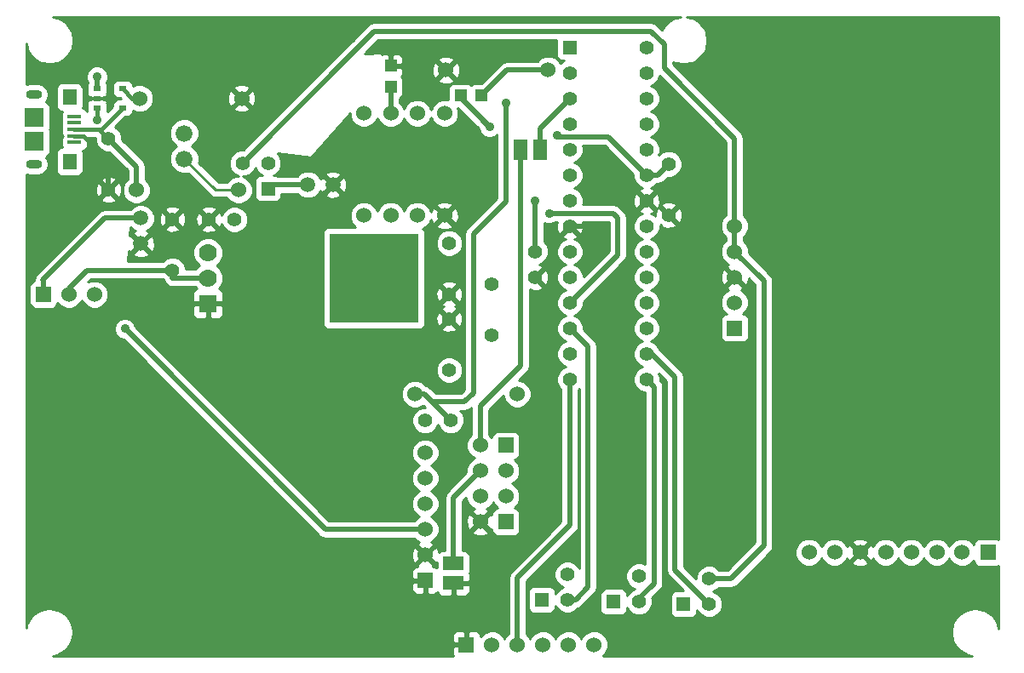
<source format=gtl>
G04 (created by PCBNEW (2013-07-07 BZR 4022)-stable) date 5/1/2015 4:36:49 PM*
%MOIN*%
G04 Gerber Fmt 3.4, Leading zero omitted, Abs format*
%FSLAX34Y34*%
G01*
G70*
G90*
G04 APERTURE LIST*
%ADD10C,0.00590551*%
%ADD11R,0.055X0.055*%
%ADD12C,0.055*%
%ADD13R,0.07X0.07*%
%ADD14C,0.07*%
%ADD15R,0.35X0.35*%
%ADD16R,0.03X0.02*%
%ADD17C,0.0590551*%
%ADD18C,0.06*%
%ADD19R,0.06X0.06*%
%ADD20R,0.0531496X0.015748*%
%ADD21R,0.0551181X0.0629921*%
%ADD22O,0.0629921X0.0354331*%
%ADD23R,0.0748031X0.0748031*%
%ADD24C,0.066*%
%ADD25R,0.0472X0.0472*%
%ADD26C,0.056*%
%ADD27R,0.0551181X0.0787402*%
%ADD28R,0.0787402X0.0551181*%
%ADD29C,0.035*%
%ADD30C,0.02*%
%ADD31C,0.0153937*%
%ADD32C,0.01*%
G04 APERTURE END LIST*
G54D10*
G54D11*
X25630Y-41120D03*
G54D12*
X25630Y-40120D03*
X24630Y-40120D03*
G54D13*
X23280Y-45630D03*
G54D14*
X23280Y-43630D03*
X23280Y-44630D03*
G54D15*
X29780Y-44630D03*
G54D16*
X18940Y-37215D03*
X18940Y-37965D03*
X19940Y-37215D03*
X18940Y-37590D03*
X19940Y-37965D03*
G54D17*
X28172Y-40968D03*
X27187Y-40968D03*
G54D18*
X32540Y-38180D03*
X32540Y-42180D03*
X30430Y-42180D03*
X30430Y-38180D03*
X29380Y-42180D03*
X29380Y-38180D03*
X35380Y-49170D03*
X31380Y-49170D03*
X31470Y-42180D03*
X31470Y-38180D03*
X20480Y-41180D03*
X24480Y-41180D03*
X20600Y-37590D03*
X24600Y-37590D03*
G54D19*
X16840Y-45270D03*
G54D18*
X17840Y-45270D03*
X18840Y-45270D03*
G54D19*
X33390Y-58990D03*
G54D18*
X34390Y-58990D03*
X35390Y-58990D03*
X36390Y-58990D03*
X37390Y-58990D03*
X38390Y-58990D03*
G54D20*
X18054Y-38288D03*
X18054Y-38544D03*
X18054Y-38800D03*
X18054Y-39055D03*
X18054Y-39311D03*
G54D21*
X17867Y-37540D03*
X17867Y-40059D03*
G54D22*
X16470Y-37422D03*
X16470Y-40177D03*
G54D23*
X16470Y-38327D03*
X16470Y-39272D03*
G54D24*
X22350Y-39950D03*
X22350Y-38950D03*
G54D25*
X30430Y-37133D03*
X30430Y-36307D03*
X33159Y-37472D03*
X33985Y-37472D03*
G54D26*
X34370Y-46860D03*
X34370Y-44860D03*
G54D12*
X37440Y-36590D03*
X37440Y-37590D03*
X37440Y-38590D03*
X37440Y-39590D03*
X37440Y-40590D03*
X37440Y-41590D03*
X37440Y-42590D03*
X37440Y-43590D03*
X37440Y-44590D03*
X37440Y-45590D03*
X37440Y-46590D03*
X37440Y-47590D03*
X37440Y-48590D03*
G54D11*
X37440Y-35590D03*
G54D12*
X40440Y-48590D03*
X40440Y-47590D03*
X40440Y-46590D03*
X40440Y-45590D03*
X40440Y-44590D03*
X40440Y-43590D03*
X40440Y-42590D03*
X40440Y-41590D03*
X40440Y-40590D03*
X40440Y-39590D03*
X40440Y-38590D03*
X40440Y-37590D03*
X40440Y-36590D03*
X40440Y-35590D03*
X32720Y-43260D03*
X32720Y-45260D03*
X32720Y-48230D03*
X32720Y-46230D03*
X21890Y-44320D03*
X21890Y-42320D03*
X19390Y-39170D03*
X19390Y-41170D03*
X36080Y-43600D03*
X36080Y-44600D03*
X24320Y-42330D03*
X23320Y-42330D03*
X31780Y-50210D03*
X32780Y-50210D03*
G54D17*
X20650Y-43280D03*
X20650Y-42280D03*
G54D19*
X31780Y-56470D03*
G54D18*
X31780Y-55470D03*
X31780Y-54470D03*
X31780Y-53470D03*
X31780Y-52470D03*
X31780Y-51470D03*
G54D19*
X43890Y-46590D03*
G54D18*
X43890Y-45590D03*
X43890Y-44590D03*
X43890Y-43590D03*
X43890Y-42590D03*
G54D19*
X53792Y-55374D03*
G54D18*
X52788Y-55374D03*
X51792Y-55374D03*
X50792Y-55374D03*
X49792Y-55374D03*
X48792Y-55374D03*
X47792Y-55374D03*
X46792Y-55374D03*
G54D19*
X34940Y-54180D03*
G54D18*
X33940Y-54180D03*
X34940Y-53180D03*
X33940Y-53180D03*
X34940Y-52180D03*
X33940Y-52180D03*
G54D19*
X34940Y-51180D03*
G54D18*
X33940Y-51180D03*
G54D27*
X36264Y-39590D03*
X35512Y-39590D03*
G54D28*
X32886Y-55815D03*
X32886Y-56567D03*
G54D18*
X36590Y-36480D03*
X32590Y-36480D03*
G54D11*
X39146Y-57306D03*
G54D12*
X40146Y-57306D03*
X40146Y-56306D03*
G54D11*
X36340Y-57230D03*
G54D12*
X37340Y-57230D03*
X37340Y-56230D03*
G54D11*
X41890Y-57402D03*
G54D12*
X42890Y-57402D03*
X42890Y-56402D03*
X41310Y-40160D03*
X41310Y-42160D03*
G54D29*
X36081Y-41598D03*
X34293Y-38709D03*
X38815Y-42553D03*
X18940Y-36740D03*
X34940Y-37770D03*
X36633Y-42087D03*
X20030Y-46610D03*
X18940Y-38440D03*
X36946Y-39046D03*
G54D30*
X36080Y-43600D02*
X36080Y-41599D01*
X36080Y-41599D02*
X36081Y-41598D01*
X33159Y-37575D02*
X33159Y-37472D01*
X34293Y-38709D02*
X33159Y-37575D01*
X33159Y-37472D02*
X33159Y-37576D01*
X33159Y-37576D02*
X34286Y-38703D01*
X37440Y-42590D02*
X38778Y-42590D01*
X38778Y-42590D02*
X38815Y-42553D01*
X19390Y-41170D02*
X19390Y-40030D01*
X18740Y-39380D02*
X18740Y-39377D01*
X19390Y-40030D02*
X18740Y-39380D01*
G54D31*
X18054Y-39055D02*
X18418Y-39055D01*
X18418Y-39055D02*
X18740Y-39377D01*
G54D30*
X37440Y-48590D02*
X37440Y-54314D01*
X35390Y-56364D02*
X35390Y-58990D01*
X37440Y-54314D02*
X35390Y-56364D01*
X40146Y-57306D02*
X40016Y-57306D01*
X40740Y-48890D02*
X40440Y-48590D01*
X40740Y-56582D02*
X40740Y-48890D01*
X40016Y-57306D02*
X40740Y-56582D01*
X37340Y-57230D02*
X37660Y-57230D01*
X38158Y-47308D02*
X37440Y-46590D01*
X38158Y-56732D02*
X38158Y-47308D01*
X37660Y-57230D02*
X38158Y-56732D01*
X40440Y-47590D02*
X40630Y-47590D01*
X41550Y-56062D02*
X42890Y-57402D01*
X41550Y-48510D02*
X41550Y-56062D01*
X40630Y-47590D02*
X41550Y-48510D01*
X16840Y-45270D02*
X16840Y-44720D01*
X19240Y-42280D02*
X16820Y-44700D01*
X19240Y-42280D02*
X20650Y-42280D01*
X16840Y-44720D02*
X16820Y-44700D01*
X27187Y-40968D02*
X25781Y-40968D01*
X25781Y-40968D02*
X25630Y-41120D01*
X32886Y-55815D02*
X32886Y-53234D01*
X32886Y-53234D02*
X33940Y-52180D01*
X30430Y-38180D02*
X30430Y-37133D01*
X36590Y-36480D02*
X34977Y-36480D01*
X34977Y-36480D02*
X33985Y-37472D01*
G54D31*
X20600Y-37590D02*
X20315Y-37590D01*
X20315Y-37590D02*
X19940Y-37215D01*
G54D30*
X36264Y-39590D02*
X36264Y-38765D01*
X36264Y-38765D02*
X37440Y-37590D01*
G54D32*
X24480Y-41180D02*
X23580Y-41180D01*
X23580Y-41180D02*
X22350Y-39950D01*
G54D30*
X18940Y-36740D02*
X18940Y-37215D01*
X34940Y-38800D02*
X34940Y-37770D01*
X34940Y-41640D02*
X34940Y-38800D01*
X33670Y-42910D02*
X34940Y-41640D01*
X33670Y-49130D02*
X33670Y-42910D01*
X33320Y-49480D02*
X33670Y-49130D01*
X32050Y-49480D02*
X33320Y-49480D01*
X32050Y-49480D02*
X32780Y-50210D01*
X31380Y-49170D02*
X31740Y-49170D01*
X31740Y-49170D02*
X32050Y-49480D01*
X36633Y-42087D02*
X39137Y-42087D01*
X39310Y-43720D02*
X37440Y-45590D01*
X39310Y-42260D02*
X39310Y-43720D01*
X39137Y-42087D02*
X39310Y-42260D01*
X33940Y-51180D02*
X33940Y-49638D01*
X35512Y-48065D02*
X35512Y-39590D01*
X33940Y-49638D02*
X35512Y-48065D01*
X31780Y-54470D02*
X27860Y-54470D01*
X27860Y-54470D02*
X20030Y-46610D01*
X20480Y-41180D02*
X20480Y-40260D01*
X20480Y-40260D02*
X19390Y-39170D01*
G54D31*
X19020Y-38800D02*
X19105Y-38800D01*
X19105Y-38800D02*
X19940Y-37965D01*
X18054Y-38800D02*
X19020Y-38800D01*
X19020Y-38800D02*
X19390Y-39170D01*
G54D30*
X43890Y-40150D02*
X43890Y-39150D01*
X43890Y-39150D02*
X41130Y-36390D01*
X29632Y-35114D02*
X29790Y-34956D01*
X24630Y-40120D02*
X29180Y-35570D01*
X29790Y-34956D02*
X40606Y-34956D01*
X40606Y-34956D02*
X41130Y-35480D01*
X41130Y-35480D02*
X41130Y-36390D01*
X29180Y-35570D02*
X29180Y-35566D01*
X29180Y-35566D02*
X29632Y-35114D01*
X43890Y-42590D02*
X43890Y-43590D01*
X42890Y-56402D02*
X43748Y-56402D01*
X43748Y-56402D02*
X45040Y-55110D01*
X45040Y-55110D02*
X45040Y-44740D01*
X45040Y-44740D02*
X43890Y-43590D01*
X43890Y-42590D02*
X43890Y-40150D01*
X17840Y-45270D02*
X17840Y-45030D01*
X18550Y-44320D02*
X21890Y-44320D01*
X17840Y-45030D02*
X18550Y-44320D01*
G54D31*
X18940Y-37965D02*
X18940Y-38440D01*
G54D30*
X23280Y-44630D02*
X21903Y-44630D01*
X21890Y-44320D02*
X21890Y-44617D01*
X21903Y-44630D02*
X21890Y-44617D01*
X38940Y-39090D02*
X40440Y-40590D01*
X36990Y-39090D02*
X38940Y-39090D01*
X36946Y-39046D02*
X36990Y-39090D01*
X40440Y-40590D02*
X40880Y-40590D01*
X40880Y-40590D02*
X41310Y-40160D01*
G54D10*
G36*
X37214Y-36115D02*
X37143Y-36144D01*
X37074Y-36212D01*
X37056Y-36168D01*
X36901Y-36014D01*
X36699Y-35930D01*
X36481Y-35929D01*
X36278Y-36013D01*
X36162Y-36130D01*
X34977Y-36130D01*
X34843Y-36156D01*
X34729Y-36232D01*
X34729Y-36232D01*
X33976Y-36985D01*
X33699Y-36985D01*
X33607Y-37023D01*
X33571Y-37059D01*
X33536Y-37024D01*
X33444Y-36986D01*
X33345Y-36985D01*
X33144Y-36985D01*
X33144Y-36561D01*
X33133Y-36343D01*
X33071Y-36192D01*
X32975Y-36164D01*
X32905Y-36235D01*
X32905Y-36094D01*
X32877Y-35998D01*
X32671Y-35925D01*
X32453Y-35936D01*
X32302Y-35998D01*
X32274Y-36094D01*
X32590Y-36409D01*
X32905Y-36094D01*
X32905Y-36235D01*
X32660Y-36480D01*
X32975Y-36795D01*
X33071Y-36767D01*
X33144Y-36561D01*
X33144Y-36985D01*
X32905Y-36985D01*
X32905Y-36865D01*
X32590Y-36550D01*
X32519Y-36621D01*
X32519Y-36480D01*
X32204Y-36164D01*
X32108Y-36192D01*
X32035Y-36398D01*
X32046Y-36616D01*
X32108Y-36767D01*
X32204Y-36795D01*
X32519Y-36480D01*
X32519Y-36621D01*
X32274Y-36865D01*
X32302Y-36961D01*
X32508Y-37034D01*
X32726Y-37023D01*
X32877Y-36961D01*
X32905Y-36865D01*
X32905Y-36985D01*
X32873Y-36985D01*
X32781Y-37023D01*
X32711Y-37094D01*
X32673Y-37186D01*
X32672Y-37285D01*
X32672Y-37639D01*
X32649Y-37630D01*
X32431Y-37629D01*
X32228Y-37713D01*
X32074Y-37868D01*
X32004Y-38034D01*
X31936Y-37868D01*
X31781Y-37714D01*
X31579Y-37630D01*
X31361Y-37629D01*
X31158Y-37713D01*
X31004Y-37868D01*
X30949Y-37998D01*
X30896Y-37868D01*
X30780Y-37752D01*
X30780Y-37592D01*
X30807Y-37581D01*
X30877Y-37510D01*
X30915Y-37418D01*
X30916Y-37319D01*
X30916Y-36847D01*
X30878Y-36755D01*
X30842Y-36720D01*
X30878Y-36684D01*
X30916Y-36592D01*
X30916Y-36021D01*
X30878Y-35929D01*
X30807Y-35859D01*
X30715Y-35821D01*
X30616Y-35820D01*
X30542Y-35821D01*
X30480Y-35883D01*
X30480Y-36257D01*
X30853Y-36257D01*
X30916Y-36194D01*
X30916Y-36021D01*
X30916Y-36592D01*
X30916Y-36419D01*
X30853Y-36357D01*
X30480Y-36357D01*
X30480Y-36364D01*
X30380Y-36364D01*
X30380Y-36357D01*
X30372Y-36357D01*
X30372Y-36257D01*
X30380Y-36257D01*
X30380Y-35883D01*
X30317Y-35821D01*
X30243Y-35820D01*
X30144Y-35821D01*
X30070Y-35851D01*
X30070Y-35807D01*
X29402Y-35842D01*
X29427Y-35817D01*
X29435Y-35805D01*
X29879Y-35361D01*
X29934Y-35306D01*
X36915Y-35306D01*
X36914Y-35364D01*
X36914Y-35914D01*
X36952Y-36006D01*
X37023Y-36076D01*
X37115Y-36114D01*
X37214Y-36115D01*
X37214Y-36115D01*
X37214Y-36115D01*
G37*
G54D32*
X37214Y-36115D02*
X37143Y-36144D01*
X37074Y-36212D01*
X37056Y-36168D01*
X36901Y-36014D01*
X36699Y-35930D01*
X36481Y-35929D01*
X36278Y-36013D01*
X36162Y-36130D01*
X34977Y-36130D01*
X34843Y-36156D01*
X34729Y-36232D01*
X34729Y-36232D01*
X33976Y-36985D01*
X33699Y-36985D01*
X33607Y-37023D01*
X33571Y-37059D01*
X33536Y-37024D01*
X33444Y-36986D01*
X33345Y-36985D01*
X33144Y-36985D01*
X33144Y-36561D01*
X33133Y-36343D01*
X33071Y-36192D01*
X32975Y-36164D01*
X32905Y-36235D01*
X32905Y-36094D01*
X32877Y-35998D01*
X32671Y-35925D01*
X32453Y-35936D01*
X32302Y-35998D01*
X32274Y-36094D01*
X32590Y-36409D01*
X32905Y-36094D01*
X32905Y-36235D01*
X32660Y-36480D01*
X32975Y-36795D01*
X33071Y-36767D01*
X33144Y-36561D01*
X33144Y-36985D01*
X32905Y-36985D01*
X32905Y-36865D01*
X32590Y-36550D01*
X32519Y-36621D01*
X32519Y-36480D01*
X32204Y-36164D01*
X32108Y-36192D01*
X32035Y-36398D01*
X32046Y-36616D01*
X32108Y-36767D01*
X32204Y-36795D01*
X32519Y-36480D01*
X32519Y-36621D01*
X32274Y-36865D01*
X32302Y-36961D01*
X32508Y-37034D01*
X32726Y-37023D01*
X32877Y-36961D01*
X32905Y-36865D01*
X32905Y-36985D01*
X32873Y-36985D01*
X32781Y-37023D01*
X32711Y-37094D01*
X32673Y-37186D01*
X32672Y-37285D01*
X32672Y-37639D01*
X32649Y-37630D01*
X32431Y-37629D01*
X32228Y-37713D01*
X32074Y-37868D01*
X32004Y-38034D01*
X31936Y-37868D01*
X31781Y-37714D01*
X31579Y-37630D01*
X31361Y-37629D01*
X31158Y-37713D01*
X31004Y-37868D01*
X30949Y-37998D01*
X30896Y-37868D01*
X30780Y-37752D01*
X30780Y-37592D01*
X30807Y-37581D01*
X30877Y-37510D01*
X30915Y-37418D01*
X30916Y-37319D01*
X30916Y-36847D01*
X30878Y-36755D01*
X30842Y-36720D01*
X30878Y-36684D01*
X30916Y-36592D01*
X30916Y-36021D01*
X30878Y-35929D01*
X30807Y-35859D01*
X30715Y-35821D01*
X30616Y-35820D01*
X30542Y-35821D01*
X30480Y-35883D01*
X30480Y-36257D01*
X30853Y-36257D01*
X30916Y-36194D01*
X30916Y-36021D01*
X30916Y-36592D01*
X30916Y-36419D01*
X30853Y-36357D01*
X30480Y-36357D01*
X30480Y-36364D01*
X30380Y-36364D01*
X30380Y-36357D01*
X30372Y-36357D01*
X30372Y-36257D01*
X30380Y-36257D01*
X30380Y-35883D01*
X30317Y-35821D01*
X30243Y-35820D01*
X30144Y-35821D01*
X30070Y-35851D01*
X30070Y-35807D01*
X29402Y-35842D01*
X29427Y-35817D01*
X29435Y-35805D01*
X29879Y-35361D01*
X29934Y-35306D01*
X36915Y-35306D01*
X36914Y-35364D01*
X36914Y-35914D01*
X36952Y-36006D01*
X37023Y-36076D01*
X37115Y-36114D01*
X37214Y-36115D01*
X37214Y-36115D01*
G54D10*
G36*
X41765Y-34389D02*
X41581Y-34426D01*
X41580Y-34426D01*
X41483Y-34466D01*
X41266Y-34612D01*
X41191Y-34686D01*
X41191Y-34687D01*
X41047Y-34902D01*
X40853Y-34708D01*
X40739Y-34632D01*
X40606Y-34606D01*
X29790Y-34606D01*
X29656Y-34632D01*
X29542Y-34708D01*
X29384Y-34866D01*
X28932Y-35318D01*
X28924Y-35330D01*
X25154Y-39100D01*
X25154Y-37671D01*
X25143Y-37453D01*
X25081Y-37302D01*
X24985Y-37274D01*
X24915Y-37345D01*
X24915Y-37204D01*
X24887Y-37108D01*
X24681Y-37035D01*
X24463Y-37046D01*
X24312Y-37108D01*
X24284Y-37204D01*
X24600Y-37519D01*
X24915Y-37204D01*
X24915Y-37345D01*
X24670Y-37590D01*
X24985Y-37905D01*
X25081Y-37877D01*
X25154Y-37671D01*
X25154Y-39100D01*
X24915Y-39339D01*
X24915Y-37975D01*
X24600Y-37660D01*
X24529Y-37731D01*
X24529Y-37590D01*
X24214Y-37274D01*
X24118Y-37302D01*
X24045Y-37508D01*
X24056Y-37726D01*
X24118Y-37877D01*
X24214Y-37905D01*
X24529Y-37590D01*
X24529Y-37731D01*
X24284Y-37975D01*
X24312Y-38071D01*
X24518Y-38144D01*
X24736Y-38133D01*
X24887Y-38071D01*
X24915Y-37975D01*
X24915Y-39339D01*
X24659Y-39595D01*
X24526Y-39594D01*
X24333Y-39674D01*
X24185Y-39822D01*
X24105Y-40015D01*
X24104Y-40223D01*
X24184Y-40417D01*
X24332Y-40564D01*
X24489Y-40630D01*
X24371Y-40629D01*
X24168Y-40713D01*
X24014Y-40868D01*
X24009Y-40880D01*
X23704Y-40880D01*
X22918Y-40093D01*
X22929Y-40065D01*
X22930Y-39835D01*
X22841Y-39621D01*
X22678Y-39458D01*
X22658Y-39450D01*
X22678Y-39441D01*
X22841Y-39278D01*
X22929Y-39065D01*
X22930Y-38835D01*
X22841Y-38621D01*
X22678Y-38458D01*
X22465Y-38370D01*
X22235Y-38369D01*
X22021Y-38458D01*
X21858Y-38621D01*
X21770Y-38834D01*
X21769Y-39064D01*
X21858Y-39278D01*
X22021Y-39441D01*
X22041Y-39449D01*
X22021Y-39458D01*
X21858Y-39621D01*
X21770Y-39834D01*
X21769Y-40064D01*
X21858Y-40278D01*
X22021Y-40441D01*
X22234Y-40529D01*
X22464Y-40530D01*
X22493Y-40518D01*
X23367Y-41392D01*
X23465Y-41457D01*
X23465Y-41457D01*
X23580Y-41480D01*
X24008Y-41480D01*
X24013Y-41491D01*
X24168Y-41645D01*
X24370Y-41729D01*
X24588Y-41730D01*
X24791Y-41646D01*
X24945Y-41491D01*
X25029Y-41289D01*
X25030Y-41071D01*
X24946Y-40868D01*
X24791Y-40714D01*
X24625Y-40644D01*
X24733Y-40645D01*
X24927Y-40565D01*
X25074Y-40417D01*
X25130Y-40284D01*
X25184Y-40417D01*
X25332Y-40564D01*
X25404Y-40594D01*
X25305Y-40594D01*
X25213Y-40632D01*
X25143Y-40703D01*
X25105Y-40795D01*
X25104Y-40894D01*
X25104Y-41444D01*
X25142Y-41536D01*
X25213Y-41606D01*
X25305Y-41644D01*
X25404Y-41645D01*
X25954Y-41645D01*
X26046Y-41607D01*
X26116Y-41536D01*
X26154Y-41444D01*
X26155Y-41345D01*
X26155Y-41318D01*
X26766Y-41318D01*
X26878Y-41430D01*
X27078Y-41513D01*
X27295Y-41514D01*
X27496Y-41431D01*
X27649Y-41278D01*
X27677Y-41211D01*
X27694Y-41253D01*
X27789Y-41280D01*
X28101Y-40968D01*
X27789Y-40657D01*
X27694Y-40683D01*
X27678Y-40728D01*
X27650Y-40660D01*
X27497Y-40506D01*
X27296Y-40423D01*
X27079Y-40423D01*
X26879Y-40506D01*
X26766Y-40618D01*
X26012Y-40618D01*
X25954Y-40595D01*
X25855Y-40594D01*
X25855Y-40594D01*
X25927Y-40565D01*
X26074Y-40417D01*
X26154Y-40224D01*
X26155Y-40016D01*
X26075Y-39823D01*
X25994Y-39742D01*
X27310Y-39902D01*
X28830Y-38157D01*
X28829Y-38288D01*
X28913Y-38491D01*
X29068Y-38645D01*
X29270Y-38729D01*
X29488Y-38730D01*
X29691Y-38646D01*
X29845Y-38491D01*
X29905Y-38349D01*
X29963Y-38491D01*
X30118Y-38645D01*
X30320Y-38729D01*
X30538Y-38730D01*
X30741Y-38646D01*
X30895Y-38491D01*
X30950Y-38361D01*
X31003Y-38491D01*
X31158Y-38645D01*
X31360Y-38729D01*
X31578Y-38730D01*
X31781Y-38646D01*
X31935Y-38491D01*
X32005Y-38325D01*
X32073Y-38491D01*
X32228Y-38645D01*
X32430Y-38729D01*
X32648Y-38730D01*
X32851Y-38646D01*
X33005Y-38491D01*
X33089Y-38289D01*
X33090Y-38071D01*
X33043Y-37958D01*
X33046Y-37958D01*
X33867Y-38779D01*
X33867Y-38793D01*
X33932Y-38949D01*
X34051Y-39069D01*
X34208Y-39133D01*
X34377Y-39134D01*
X34533Y-39069D01*
X34590Y-39013D01*
X34590Y-41495D01*
X33422Y-42662D01*
X33346Y-42776D01*
X33320Y-42910D01*
X33320Y-48985D01*
X33249Y-49055D01*
X33249Y-46305D01*
X33249Y-45335D01*
X33245Y-45247D01*
X33245Y-43156D01*
X33165Y-42963D01*
X33094Y-42892D01*
X33094Y-42261D01*
X33083Y-42043D01*
X33021Y-41892D01*
X32925Y-41864D01*
X32855Y-41935D01*
X32855Y-41794D01*
X32827Y-41698D01*
X32621Y-41625D01*
X32403Y-41636D01*
X32252Y-41698D01*
X32224Y-41794D01*
X32540Y-42109D01*
X32855Y-41794D01*
X32855Y-41935D01*
X32610Y-42180D01*
X32925Y-42495D01*
X33021Y-42467D01*
X33094Y-42261D01*
X33094Y-42892D01*
X33017Y-42815D01*
X32855Y-42747D01*
X32855Y-42565D01*
X32540Y-42250D01*
X32469Y-42321D01*
X32469Y-42180D01*
X32154Y-41864D01*
X32058Y-41892D01*
X32006Y-42038D01*
X31936Y-41868D01*
X31781Y-41714D01*
X31579Y-41630D01*
X31361Y-41629D01*
X31158Y-41713D01*
X31004Y-41868D01*
X30949Y-41998D01*
X30896Y-41868D01*
X30741Y-41714D01*
X30539Y-41630D01*
X30321Y-41629D01*
X30118Y-41713D01*
X29964Y-41868D01*
X29904Y-42010D01*
X29846Y-41868D01*
X29691Y-41714D01*
X29489Y-41630D01*
X29271Y-41629D01*
X29068Y-41713D01*
X28914Y-41868D01*
X28830Y-42070D01*
X28829Y-42288D01*
X28913Y-42491D01*
X29052Y-42629D01*
X28722Y-42629D01*
X28722Y-41049D01*
X28711Y-40832D01*
X28649Y-40683D01*
X28554Y-40657D01*
X28483Y-40727D01*
X28483Y-40586D01*
X28457Y-40491D01*
X28252Y-40418D01*
X28036Y-40429D01*
X27887Y-40491D01*
X27860Y-40586D01*
X28172Y-40898D01*
X28483Y-40586D01*
X28483Y-40727D01*
X28242Y-40968D01*
X28554Y-41280D01*
X28649Y-41253D01*
X28722Y-41049D01*
X28722Y-42629D01*
X28483Y-42629D01*
X28483Y-41351D01*
X28172Y-41039D01*
X27860Y-41351D01*
X27887Y-41446D01*
X28091Y-41518D01*
X28308Y-41507D01*
X28457Y-41446D01*
X28483Y-41351D01*
X28483Y-42629D01*
X27980Y-42629D01*
X27888Y-42667D01*
X27818Y-42738D01*
X27780Y-42830D01*
X27779Y-42929D01*
X27779Y-46429D01*
X27817Y-46521D01*
X27888Y-46591D01*
X27980Y-46629D01*
X28079Y-46630D01*
X31579Y-46630D01*
X31671Y-46592D01*
X31741Y-46521D01*
X31779Y-46429D01*
X31780Y-46330D01*
X31780Y-42830D01*
X31742Y-42738D01*
X31688Y-42684D01*
X31781Y-42646D01*
X31935Y-42491D01*
X32002Y-42331D01*
X32058Y-42467D01*
X32154Y-42495D01*
X32469Y-42180D01*
X32469Y-42321D01*
X32224Y-42565D01*
X32252Y-42661D01*
X32458Y-42734D01*
X32676Y-42723D01*
X32827Y-42661D01*
X32855Y-42565D01*
X32855Y-42747D01*
X32824Y-42735D01*
X32616Y-42734D01*
X32423Y-42814D01*
X32275Y-42962D01*
X32195Y-43155D01*
X32194Y-43363D01*
X32274Y-43557D01*
X32422Y-43704D01*
X32615Y-43784D01*
X32823Y-43785D01*
X33017Y-43705D01*
X33164Y-43557D01*
X33244Y-43364D01*
X33245Y-43156D01*
X33245Y-45247D01*
X33238Y-45127D01*
X33180Y-44987D01*
X33087Y-44962D01*
X33017Y-45033D01*
X33017Y-44892D01*
X32992Y-44799D01*
X32795Y-44730D01*
X32587Y-44741D01*
X32447Y-44799D01*
X32422Y-44892D01*
X32720Y-45189D01*
X33017Y-44892D01*
X33017Y-45033D01*
X32790Y-45260D01*
X33087Y-45557D01*
X33180Y-45532D01*
X33249Y-45335D01*
X33249Y-46305D01*
X33238Y-46097D01*
X33180Y-45957D01*
X33087Y-45932D01*
X33017Y-46003D01*
X33017Y-45862D01*
X32992Y-45769D01*
X32928Y-45746D01*
X32992Y-45720D01*
X33017Y-45627D01*
X32720Y-45330D01*
X32649Y-45401D01*
X32649Y-45260D01*
X32352Y-44962D01*
X32259Y-44987D01*
X32190Y-45184D01*
X32201Y-45392D01*
X32259Y-45532D01*
X32352Y-45557D01*
X32649Y-45260D01*
X32649Y-45401D01*
X32422Y-45627D01*
X32447Y-45720D01*
X32511Y-45743D01*
X32447Y-45769D01*
X32422Y-45862D01*
X32720Y-46159D01*
X33017Y-45862D01*
X33017Y-46003D01*
X32790Y-46230D01*
X33087Y-46527D01*
X33180Y-46502D01*
X33249Y-46305D01*
X33249Y-49055D01*
X33245Y-49059D01*
X33245Y-48126D01*
X33165Y-47933D01*
X33017Y-47785D01*
X33017Y-47784D01*
X33017Y-46597D01*
X32720Y-46300D01*
X32649Y-46371D01*
X32649Y-46230D01*
X32352Y-45932D01*
X32259Y-45957D01*
X32190Y-46154D01*
X32201Y-46362D01*
X32259Y-46502D01*
X32352Y-46527D01*
X32649Y-46230D01*
X32649Y-46371D01*
X32422Y-46597D01*
X32447Y-46690D01*
X32644Y-46759D01*
X32852Y-46748D01*
X32992Y-46690D01*
X33017Y-46597D01*
X33017Y-47784D01*
X32824Y-47705D01*
X32616Y-47704D01*
X32423Y-47784D01*
X32275Y-47932D01*
X32195Y-48125D01*
X32194Y-48333D01*
X32274Y-48527D01*
X32422Y-48674D01*
X32615Y-48754D01*
X32823Y-48755D01*
X33017Y-48675D01*
X33164Y-48527D01*
X33244Y-48334D01*
X33245Y-48126D01*
X33245Y-49059D01*
X33175Y-49130D01*
X32194Y-49130D01*
X31987Y-48922D01*
X31873Y-48846D01*
X31824Y-48836D01*
X31824Y-48836D01*
X31691Y-48704D01*
X31489Y-48620D01*
X31271Y-48619D01*
X31068Y-48703D01*
X30914Y-48858D01*
X30830Y-49060D01*
X30829Y-49278D01*
X30913Y-49481D01*
X31068Y-49635D01*
X31270Y-49719D01*
X31488Y-49720D01*
X31691Y-49636D01*
X31701Y-49626D01*
X31760Y-49684D01*
X31676Y-49684D01*
X31483Y-49764D01*
X31335Y-49912D01*
X31255Y-50105D01*
X31254Y-50313D01*
X31334Y-50507D01*
X31482Y-50654D01*
X31675Y-50734D01*
X31883Y-50735D01*
X32077Y-50655D01*
X32224Y-50507D01*
X32280Y-50374D01*
X32334Y-50507D01*
X32482Y-50654D01*
X32675Y-50734D01*
X32883Y-50735D01*
X33077Y-50655D01*
X33224Y-50507D01*
X33304Y-50314D01*
X33305Y-50106D01*
X33225Y-49913D01*
X33142Y-49830D01*
X33320Y-49830D01*
X33453Y-49803D01*
X33453Y-49803D01*
X33567Y-49727D01*
X33590Y-49704D01*
X33590Y-50752D01*
X33474Y-50868D01*
X33390Y-51070D01*
X33389Y-51288D01*
X33473Y-51491D01*
X33628Y-51645D01*
X33709Y-51679D01*
X33628Y-51713D01*
X33474Y-51868D01*
X33390Y-52070D01*
X33389Y-52235D01*
X32638Y-52986D01*
X32562Y-53100D01*
X32536Y-53234D01*
X32536Y-55290D01*
X32442Y-55290D01*
X32350Y-55328D01*
X32330Y-55349D01*
X32330Y-54361D01*
X32246Y-54158D01*
X32091Y-54004D01*
X32010Y-53970D01*
X32091Y-53936D01*
X32245Y-53781D01*
X32329Y-53579D01*
X32330Y-53361D01*
X32246Y-53158D01*
X32091Y-53004D01*
X32010Y-52970D01*
X32091Y-52936D01*
X32245Y-52781D01*
X32329Y-52579D01*
X32330Y-52361D01*
X32246Y-52158D01*
X32091Y-52004D01*
X32010Y-51970D01*
X32091Y-51936D01*
X32245Y-51781D01*
X32329Y-51579D01*
X32330Y-51361D01*
X32246Y-51158D01*
X32091Y-51004D01*
X31889Y-50920D01*
X31671Y-50919D01*
X31468Y-51003D01*
X31314Y-51158D01*
X31230Y-51360D01*
X31229Y-51578D01*
X31313Y-51781D01*
X31468Y-51935D01*
X31549Y-51969D01*
X31468Y-52003D01*
X31314Y-52158D01*
X31230Y-52360D01*
X31229Y-52578D01*
X31313Y-52781D01*
X31468Y-52935D01*
X31549Y-52969D01*
X31468Y-53003D01*
X31314Y-53158D01*
X31230Y-53360D01*
X31229Y-53578D01*
X31313Y-53781D01*
X31468Y-53935D01*
X31549Y-53969D01*
X31468Y-54003D01*
X31352Y-54120D01*
X28007Y-54120D01*
X24845Y-50946D01*
X24845Y-42226D01*
X24765Y-42033D01*
X24617Y-41885D01*
X24424Y-41805D01*
X24216Y-41804D01*
X24023Y-41884D01*
X23875Y-42032D01*
X23822Y-42158D01*
X23780Y-42057D01*
X23687Y-42032D01*
X23617Y-42103D01*
X23617Y-41962D01*
X23592Y-41869D01*
X23395Y-41800D01*
X23187Y-41811D01*
X23047Y-41869D01*
X23022Y-41962D01*
X23320Y-42259D01*
X23617Y-41962D01*
X23617Y-42103D01*
X23390Y-42330D01*
X23687Y-42627D01*
X23780Y-42602D01*
X23819Y-42492D01*
X23874Y-42627D01*
X24022Y-42774D01*
X24215Y-42854D01*
X24423Y-42855D01*
X24617Y-42775D01*
X24764Y-42627D01*
X24844Y-42434D01*
X24845Y-42226D01*
X24845Y-50946D01*
X23880Y-49977D01*
X23880Y-44511D01*
X23788Y-44290D01*
X23628Y-44129D01*
X23788Y-43970D01*
X23879Y-43749D01*
X23880Y-43511D01*
X23788Y-43290D01*
X23620Y-43121D01*
X23617Y-43120D01*
X23617Y-42697D01*
X23320Y-42400D01*
X23249Y-42471D01*
X23249Y-42330D01*
X22952Y-42032D01*
X22859Y-42057D01*
X22790Y-42254D01*
X22801Y-42462D01*
X22859Y-42602D01*
X22952Y-42627D01*
X23249Y-42330D01*
X23249Y-42471D01*
X23022Y-42697D01*
X23047Y-42790D01*
X23244Y-42859D01*
X23452Y-42848D01*
X23592Y-42790D01*
X23617Y-42697D01*
X23617Y-43120D01*
X23399Y-43030D01*
X23161Y-43029D01*
X22940Y-43121D01*
X22771Y-43289D01*
X22680Y-43510D01*
X22679Y-43748D01*
X22771Y-43969D01*
X22931Y-44130D01*
X22781Y-44280D01*
X22419Y-44280D01*
X22419Y-42395D01*
X22408Y-42187D01*
X22350Y-42047D01*
X22257Y-42022D01*
X22187Y-42093D01*
X22187Y-41952D01*
X22162Y-41859D01*
X21965Y-41790D01*
X21757Y-41801D01*
X21617Y-41859D01*
X21592Y-41952D01*
X21890Y-42249D01*
X22187Y-41952D01*
X22187Y-42093D01*
X21960Y-42320D01*
X22257Y-42617D01*
X22350Y-42592D01*
X22419Y-42395D01*
X22419Y-44280D01*
X22415Y-44280D01*
X22415Y-44216D01*
X22335Y-44023D01*
X22187Y-43875D01*
X22187Y-43874D01*
X22187Y-42687D01*
X21890Y-42390D01*
X21819Y-42461D01*
X21819Y-42320D01*
X21522Y-42022D01*
X21429Y-42047D01*
X21360Y-42244D01*
X21371Y-42452D01*
X21429Y-42592D01*
X21522Y-42617D01*
X21819Y-42320D01*
X21819Y-42461D01*
X21592Y-42687D01*
X21617Y-42780D01*
X21814Y-42849D01*
X22022Y-42838D01*
X22162Y-42780D01*
X22187Y-42687D01*
X22187Y-43874D01*
X21994Y-43795D01*
X21786Y-43794D01*
X21593Y-43874D01*
X21497Y-43970D01*
X21200Y-43970D01*
X21200Y-43360D01*
X21189Y-43143D01*
X21127Y-42994D01*
X21032Y-42968D01*
X20720Y-43280D01*
X21032Y-43591D01*
X21127Y-43565D01*
X21200Y-43360D01*
X21200Y-43970D01*
X20961Y-43970D01*
X20961Y-43662D01*
X20650Y-43350D01*
X20338Y-43662D01*
X20364Y-43757D01*
X20569Y-43830D01*
X20786Y-43819D01*
X20935Y-43757D01*
X20961Y-43662D01*
X20961Y-43970D01*
X20151Y-43970D01*
X20179Y-43567D01*
X20267Y-43591D01*
X20579Y-43280D01*
X20267Y-42968D01*
X20221Y-42981D01*
X20244Y-42646D01*
X20340Y-42741D01*
X20425Y-42777D01*
X20364Y-42802D01*
X20338Y-42897D01*
X20650Y-43209D01*
X20961Y-42897D01*
X20935Y-42802D01*
X20869Y-42779D01*
X20958Y-42742D01*
X21111Y-42589D01*
X21195Y-42388D01*
X21195Y-42172D01*
X21150Y-42062D01*
X21150Y-37481D01*
X21066Y-37278D01*
X20911Y-37124D01*
X20709Y-37040D01*
X20491Y-37039D01*
X20340Y-37102D01*
X20340Y-37065D01*
X20302Y-36973D01*
X20231Y-36903D01*
X20139Y-36865D01*
X20040Y-36864D01*
X19740Y-36864D01*
X19648Y-36902D01*
X19578Y-36973D01*
X19540Y-37065D01*
X19539Y-37164D01*
X19539Y-37364D01*
X19577Y-37456D01*
X19648Y-37526D01*
X19740Y-37564D01*
X19827Y-37565D01*
X19877Y-37614D01*
X19740Y-37614D01*
X19648Y-37652D01*
X19578Y-37723D01*
X19540Y-37815D01*
X19539Y-37902D01*
X19365Y-38077D01*
X19365Y-36655D01*
X19300Y-36499D01*
X19181Y-36379D01*
X19024Y-36315D01*
X18855Y-36314D01*
X18699Y-36379D01*
X18579Y-36498D01*
X18515Y-36655D01*
X18514Y-36824D01*
X18577Y-36975D01*
X18540Y-37065D01*
X18539Y-37164D01*
X18539Y-37364D01*
X18555Y-37402D01*
X18539Y-37440D01*
X18540Y-37477D01*
X18602Y-37540D01*
X18679Y-37540D01*
X18740Y-37564D01*
X18839Y-37565D01*
X19139Y-37565D01*
X19200Y-37540D01*
X19277Y-37540D01*
X19340Y-37477D01*
X19340Y-37440D01*
X19324Y-37402D01*
X19339Y-37364D01*
X19340Y-37265D01*
X19340Y-37065D01*
X19302Y-36974D01*
X19364Y-36824D01*
X19365Y-36655D01*
X19365Y-38077D01*
X19339Y-38102D01*
X19340Y-38015D01*
X19340Y-37815D01*
X19324Y-37777D01*
X19340Y-37739D01*
X19340Y-37702D01*
X19277Y-37640D01*
X19200Y-37640D01*
X19139Y-37615D01*
X19040Y-37614D01*
X18740Y-37614D01*
X18679Y-37640D01*
X18602Y-37640D01*
X18540Y-37702D01*
X18539Y-37739D01*
X18555Y-37777D01*
X18540Y-37815D01*
X18539Y-37914D01*
X18539Y-38086D01*
X18532Y-38068D01*
X18462Y-37997D01*
X18370Y-37959D01*
X18393Y-37905D01*
X18393Y-37805D01*
X18393Y-37175D01*
X18355Y-37083D01*
X18285Y-37013D01*
X18193Y-36975D01*
X18093Y-36975D01*
X17542Y-36975D01*
X17450Y-37013D01*
X17380Y-37083D01*
X17342Y-37175D01*
X17342Y-37274D01*
X17342Y-37904D01*
X17379Y-37996D01*
X17450Y-38066D01*
X17542Y-38105D01*
X17561Y-38105D01*
X17538Y-38159D01*
X17538Y-38258D01*
X17538Y-38416D01*
X17538Y-38416D01*
X17538Y-38514D01*
X17538Y-38672D01*
X17538Y-38672D01*
X17538Y-38770D01*
X17538Y-38927D01*
X17538Y-38928D01*
X17538Y-38928D01*
X17538Y-38954D01*
X17556Y-38972D01*
X17576Y-39020D01*
X17612Y-39055D01*
X17577Y-39091D01*
X17556Y-39139D01*
X17538Y-39157D01*
X17538Y-39184D01*
X17538Y-39184D01*
X17538Y-39282D01*
X17538Y-39440D01*
X17561Y-39494D01*
X17542Y-39494D01*
X17450Y-39532D01*
X17380Y-39603D01*
X17342Y-39694D01*
X17342Y-39794D01*
X17342Y-40424D01*
X17379Y-40516D01*
X17450Y-40586D01*
X17542Y-40624D01*
X17641Y-40624D01*
X18192Y-40624D01*
X18284Y-40586D01*
X18355Y-40516D01*
X18393Y-40424D01*
X18393Y-40325D01*
X18393Y-39695D01*
X18370Y-39640D01*
X18461Y-39602D01*
X18532Y-39532D01*
X18570Y-39440D01*
X18570Y-39341D01*
X18570Y-39184D01*
X18570Y-39183D01*
X18570Y-39183D01*
X18570Y-39157D01*
X18552Y-39139D01*
X18547Y-39126D01*
X18865Y-39126D01*
X18864Y-39273D01*
X18944Y-39467D01*
X19092Y-39614D01*
X19285Y-39694D01*
X19420Y-39695D01*
X20130Y-40404D01*
X20130Y-40752D01*
X20014Y-40868D01*
X19930Y-41070D01*
X19929Y-41288D01*
X20013Y-41491D01*
X20168Y-41645D01*
X20370Y-41729D01*
X20588Y-41730D01*
X20791Y-41646D01*
X20945Y-41491D01*
X21029Y-41289D01*
X21030Y-41071D01*
X20946Y-40868D01*
X20830Y-40752D01*
X20830Y-40260D01*
X20803Y-40126D01*
X20727Y-40012D01*
X20727Y-40012D01*
X19914Y-39199D01*
X19915Y-39066D01*
X19835Y-38873D01*
X19687Y-38725D01*
X19655Y-38711D01*
X20052Y-38315D01*
X20139Y-38315D01*
X20231Y-38277D01*
X20301Y-38206D01*
X20339Y-38114D01*
X20339Y-38077D01*
X20490Y-38139D01*
X20708Y-38140D01*
X20911Y-38056D01*
X21065Y-37901D01*
X21149Y-37699D01*
X21150Y-37481D01*
X21150Y-42062D01*
X21112Y-41971D01*
X20959Y-41818D01*
X20758Y-41734D01*
X20542Y-41734D01*
X20341Y-41817D01*
X20228Y-41930D01*
X19919Y-41930D01*
X19919Y-41245D01*
X19908Y-41037D01*
X19850Y-40897D01*
X19757Y-40872D01*
X19687Y-40943D01*
X19687Y-40802D01*
X19662Y-40709D01*
X19465Y-40640D01*
X19257Y-40651D01*
X19117Y-40709D01*
X19092Y-40802D01*
X19390Y-41099D01*
X19687Y-40802D01*
X19687Y-40943D01*
X19460Y-41170D01*
X19757Y-41467D01*
X19850Y-41442D01*
X19919Y-41245D01*
X19919Y-41930D01*
X19687Y-41930D01*
X19687Y-41537D01*
X19390Y-41240D01*
X19319Y-41311D01*
X19319Y-41170D01*
X19022Y-40872D01*
X18929Y-40897D01*
X18860Y-41094D01*
X18871Y-41302D01*
X18929Y-41442D01*
X19022Y-41467D01*
X19319Y-41170D01*
X19319Y-41311D01*
X19092Y-41537D01*
X19117Y-41630D01*
X19314Y-41699D01*
X19522Y-41688D01*
X19662Y-41630D01*
X19687Y-41537D01*
X19687Y-41930D01*
X19240Y-41930D01*
X19106Y-41956D01*
X18992Y-42032D01*
X18992Y-42032D01*
X18992Y-42032D01*
X16572Y-44452D01*
X16496Y-44566D01*
X16470Y-44700D01*
X16475Y-44726D01*
X16398Y-44757D01*
X16328Y-44828D01*
X16290Y-44920D01*
X16289Y-45019D01*
X16289Y-45619D01*
X16327Y-45711D01*
X16398Y-45781D01*
X16490Y-45819D01*
X16589Y-45820D01*
X17189Y-45820D01*
X17281Y-45782D01*
X17351Y-45711D01*
X17389Y-45619D01*
X17389Y-45597D01*
X17528Y-45735D01*
X17730Y-45819D01*
X17948Y-45820D01*
X18151Y-45736D01*
X18305Y-45581D01*
X18339Y-45500D01*
X18373Y-45581D01*
X18528Y-45735D01*
X18730Y-45819D01*
X18948Y-45820D01*
X19151Y-45736D01*
X19305Y-45581D01*
X19389Y-45379D01*
X19390Y-45161D01*
X19306Y-44958D01*
X19151Y-44804D01*
X18949Y-44720D01*
X18731Y-44719D01*
X18584Y-44780D01*
X18694Y-44670D01*
X21497Y-44670D01*
X21563Y-44736D01*
X21563Y-44736D01*
X21566Y-44750D01*
X21642Y-44864D01*
X21655Y-44877D01*
X21769Y-44953D01*
X21903Y-44980D01*
X22781Y-44980D01*
X22845Y-45044D01*
X22788Y-45067D01*
X22718Y-45138D01*
X22680Y-45230D01*
X22679Y-45329D01*
X22680Y-45517D01*
X22742Y-45580D01*
X23230Y-45580D01*
X23230Y-45572D01*
X23330Y-45572D01*
X23330Y-45580D01*
X23817Y-45580D01*
X23880Y-45517D01*
X23880Y-45329D01*
X23879Y-45230D01*
X23841Y-45138D01*
X23771Y-45067D01*
X23714Y-45044D01*
X23788Y-44970D01*
X23879Y-44749D01*
X23880Y-44511D01*
X23880Y-49977D01*
X23880Y-49977D01*
X23880Y-45930D01*
X23880Y-45742D01*
X23817Y-45680D01*
X23330Y-45680D01*
X23330Y-46167D01*
X23392Y-46230D01*
X23679Y-46230D01*
X23771Y-46192D01*
X23841Y-46121D01*
X23879Y-46029D01*
X23880Y-45930D01*
X23880Y-49977D01*
X23230Y-49325D01*
X23230Y-46167D01*
X23230Y-45680D01*
X22742Y-45680D01*
X22680Y-45742D01*
X22679Y-45930D01*
X22680Y-46029D01*
X22718Y-46121D01*
X22788Y-46192D01*
X22880Y-46230D01*
X23167Y-46230D01*
X23230Y-46167D01*
X23230Y-49325D01*
X20455Y-46540D01*
X20455Y-46525D01*
X20390Y-46369D01*
X20271Y-46249D01*
X20114Y-46185D01*
X19945Y-46184D01*
X19789Y-46249D01*
X19669Y-46368D01*
X19605Y-46525D01*
X19604Y-46694D01*
X19669Y-46850D01*
X19788Y-46970D01*
X19945Y-47034D01*
X19959Y-47034D01*
X27607Y-54709D01*
X27612Y-54717D01*
X27726Y-54793D01*
X27860Y-54820D01*
X31352Y-54820D01*
X31468Y-54935D01*
X31543Y-54967D01*
X31492Y-54988D01*
X31464Y-55084D01*
X31780Y-55399D01*
X32095Y-55084D01*
X32067Y-54988D01*
X32012Y-54969D01*
X32091Y-54936D01*
X32245Y-54781D01*
X32329Y-54579D01*
X32330Y-54361D01*
X32330Y-55349D01*
X32324Y-55354D01*
X32323Y-55333D01*
X32261Y-55182D01*
X32165Y-55154D01*
X31850Y-55470D01*
X32165Y-55785D01*
X32242Y-55763D01*
X32242Y-55978D01*
X32221Y-55958D01*
X32129Y-55920D01*
X32076Y-55919D01*
X32095Y-55855D01*
X31780Y-55540D01*
X31709Y-55611D01*
X31709Y-55470D01*
X31394Y-55154D01*
X31298Y-55182D01*
X31225Y-55388D01*
X31236Y-55606D01*
X31298Y-55757D01*
X31394Y-55785D01*
X31709Y-55470D01*
X31709Y-55611D01*
X31464Y-55855D01*
X31483Y-55919D01*
X31430Y-55920D01*
X31338Y-55958D01*
X31267Y-56028D01*
X31229Y-56120D01*
X31230Y-56357D01*
X31292Y-56420D01*
X31730Y-56420D01*
X31730Y-56412D01*
X31830Y-56412D01*
X31830Y-56420D01*
X31837Y-56420D01*
X31837Y-56520D01*
X31830Y-56520D01*
X31830Y-56957D01*
X31892Y-57020D01*
X32030Y-57020D01*
X32129Y-57019D01*
X32221Y-56981D01*
X32262Y-56941D01*
X32280Y-56984D01*
X32350Y-57055D01*
X32442Y-57093D01*
X32541Y-57093D01*
X32773Y-57093D01*
X32836Y-57031D01*
X32836Y-56617D01*
X32828Y-56617D01*
X32828Y-56517D01*
X32836Y-56517D01*
X32836Y-56510D01*
X32936Y-56510D01*
X32936Y-56517D01*
X33467Y-56517D01*
X33529Y-56455D01*
X33529Y-56242D01*
X33508Y-56191D01*
X33529Y-56141D01*
X33529Y-56042D01*
X33529Y-55490D01*
X33491Y-55398D01*
X33421Y-55328D01*
X33329Y-55290D01*
X33236Y-55290D01*
X33236Y-53378D01*
X33389Y-53225D01*
X33389Y-53288D01*
X33473Y-53491D01*
X33628Y-53645D01*
X33703Y-53677D01*
X33652Y-53698D01*
X33624Y-53794D01*
X33940Y-54109D01*
X34255Y-53794D01*
X34227Y-53698D01*
X34172Y-53679D01*
X34251Y-53646D01*
X34405Y-53491D01*
X34439Y-53410D01*
X34473Y-53491D01*
X34612Y-53629D01*
X34590Y-53629D01*
X34498Y-53667D01*
X34428Y-53738D01*
X34390Y-53830D01*
X34389Y-53883D01*
X34325Y-53864D01*
X34010Y-54180D01*
X34325Y-54495D01*
X34389Y-54476D01*
X34389Y-54529D01*
X34427Y-54621D01*
X34498Y-54691D01*
X34590Y-54729D01*
X34689Y-54730D01*
X35289Y-54730D01*
X35381Y-54692D01*
X35451Y-54621D01*
X35489Y-54529D01*
X35490Y-54430D01*
X35490Y-53830D01*
X35452Y-53738D01*
X35381Y-53668D01*
X35289Y-53630D01*
X35267Y-53630D01*
X35405Y-53491D01*
X35489Y-53289D01*
X35490Y-53071D01*
X35406Y-52868D01*
X35251Y-52714D01*
X35170Y-52680D01*
X35251Y-52646D01*
X35405Y-52491D01*
X35489Y-52289D01*
X35490Y-52071D01*
X35406Y-51868D01*
X35267Y-51730D01*
X35289Y-51730D01*
X35381Y-51692D01*
X35451Y-51621D01*
X35489Y-51529D01*
X35490Y-51430D01*
X35490Y-50830D01*
X35452Y-50738D01*
X35381Y-50668D01*
X35289Y-50630D01*
X35190Y-50629D01*
X34590Y-50629D01*
X34498Y-50667D01*
X34428Y-50738D01*
X34390Y-50830D01*
X34390Y-50852D01*
X34290Y-50752D01*
X34290Y-49782D01*
X34829Y-49243D01*
X34829Y-49278D01*
X34913Y-49481D01*
X35068Y-49635D01*
X35270Y-49719D01*
X35488Y-49720D01*
X35691Y-49636D01*
X35845Y-49481D01*
X35929Y-49279D01*
X35930Y-49061D01*
X35846Y-48858D01*
X35691Y-48704D01*
X35489Y-48620D01*
X35452Y-48620D01*
X35759Y-48313D01*
X35759Y-48313D01*
X35759Y-48313D01*
X35835Y-48199D01*
X35862Y-48065D01*
X35862Y-48065D01*
X35862Y-48065D01*
X35862Y-45079D01*
X36004Y-45129D01*
X36212Y-45118D01*
X36352Y-45060D01*
X36377Y-44967D01*
X36080Y-44670D01*
X36074Y-44676D01*
X36003Y-44605D01*
X36009Y-44600D01*
X36003Y-44594D01*
X36074Y-44523D01*
X36080Y-44529D01*
X36377Y-44232D01*
X36352Y-44139D01*
X36242Y-44100D01*
X36377Y-44045D01*
X36524Y-43897D01*
X36604Y-43704D01*
X36605Y-43496D01*
X36525Y-43303D01*
X36430Y-43207D01*
X36430Y-42462D01*
X36548Y-42511D01*
X36717Y-42512D01*
X36873Y-42447D01*
X36883Y-42437D01*
X36937Y-42437D01*
X36910Y-42514D01*
X36921Y-42722D01*
X36979Y-42862D01*
X37072Y-42887D01*
X37369Y-42590D01*
X37363Y-42584D01*
X37434Y-42513D01*
X37440Y-42519D01*
X37445Y-42513D01*
X37516Y-42584D01*
X37510Y-42590D01*
X37807Y-42887D01*
X37900Y-42862D01*
X37969Y-42665D01*
X37958Y-42457D01*
X37950Y-42437D01*
X38960Y-42437D01*
X38960Y-43575D01*
X37965Y-44570D01*
X37965Y-44486D01*
X37885Y-44293D01*
X37737Y-44145D01*
X37604Y-44089D01*
X37737Y-44035D01*
X37884Y-43887D01*
X37964Y-43694D01*
X37965Y-43486D01*
X37885Y-43293D01*
X37737Y-43145D01*
X37611Y-43092D01*
X37712Y-43050D01*
X37737Y-42957D01*
X37440Y-42660D01*
X37142Y-42957D01*
X37167Y-43050D01*
X37277Y-43089D01*
X37143Y-43144D01*
X36995Y-43292D01*
X36915Y-43485D01*
X36914Y-43693D01*
X36994Y-43887D01*
X37142Y-44034D01*
X37275Y-44090D01*
X37143Y-44144D01*
X36995Y-44292D01*
X36915Y-44485D01*
X36914Y-44693D01*
X36994Y-44887D01*
X37142Y-45034D01*
X37275Y-45090D01*
X37143Y-45144D01*
X36995Y-45292D01*
X36915Y-45485D01*
X36914Y-45693D01*
X36994Y-45887D01*
X37142Y-46034D01*
X37275Y-46090D01*
X37143Y-46144D01*
X36995Y-46292D01*
X36915Y-46485D01*
X36914Y-46693D01*
X36994Y-46887D01*
X37142Y-47034D01*
X37275Y-47090D01*
X37143Y-47144D01*
X36995Y-47292D01*
X36915Y-47485D01*
X36914Y-47693D01*
X36994Y-47887D01*
X37142Y-48034D01*
X37275Y-48090D01*
X37143Y-48144D01*
X36995Y-48292D01*
X36915Y-48485D01*
X36914Y-48693D01*
X36994Y-48887D01*
X37090Y-48982D01*
X37090Y-54169D01*
X36609Y-54649D01*
X36609Y-44675D01*
X36598Y-44467D01*
X36540Y-44327D01*
X36447Y-44302D01*
X36150Y-44600D01*
X36447Y-44897D01*
X36540Y-44872D01*
X36609Y-44675D01*
X36609Y-54649D01*
X35142Y-56116D01*
X35066Y-56230D01*
X35040Y-56364D01*
X35040Y-58562D01*
X34924Y-58678D01*
X34890Y-58759D01*
X34856Y-58678D01*
X34701Y-58524D01*
X34499Y-58440D01*
X34281Y-58439D01*
X34255Y-58450D01*
X34255Y-54565D01*
X33940Y-54250D01*
X33869Y-54321D01*
X33869Y-54180D01*
X33554Y-53864D01*
X33458Y-53892D01*
X33385Y-54098D01*
X33396Y-54316D01*
X33458Y-54467D01*
X33554Y-54495D01*
X33869Y-54180D01*
X33869Y-54321D01*
X33624Y-54565D01*
X33652Y-54661D01*
X33858Y-54734D01*
X34076Y-54723D01*
X34227Y-54661D01*
X34255Y-54565D01*
X34255Y-58450D01*
X34078Y-58523D01*
X33939Y-58662D01*
X33939Y-58640D01*
X33901Y-58548D01*
X33831Y-58477D01*
X33739Y-58439D01*
X33529Y-58439D01*
X33529Y-56893D01*
X33529Y-56680D01*
X33467Y-56617D01*
X32936Y-56617D01*
X32936Y-57031D01*
X32998Y-57093D01*
X33230Y-57093D01*
X33329Y-57093D01*
X33421Y-57055D01*
X33491Y-56984D01*
X33529Y-56893D01*
X33529Y-58439D01*
X33502Y-58440D01*
X33440Y-58502D01*
X33440Y-58940D01*
X33447Y-58940D01*
X33447Y-59040D01*
X33440Y-59040D01*
X33440Y-59047D01*
X33340Y-59047D01*
X33340Y-59040D01*
X33340Y-58940D01*
X33340Y-58502D01*
X33277Y-58440D01*
X33040Y-58439D01*
X32948Y-58477D01*
X32878Y-58548D01*
X32840Y-58640D01*
X32839Y-58739D01*
X32840Y-58877D01*
X32902Y-58940D01*
X33340Y-58940D01*
X33340Y-59040D01*
X32902Y-59040D01*
X32840Y-59102D01*
X32839Y-59240D01*
X32840Y-59339D01*
X32873Y-59420D01*
X32836Y-59420D01*
X31730Y-59420D01*
X31730Y-56957D01*
X31730Y-56520D01*
X31292Y-56520D01*
X31230Y-56582D01*
X31229Y-56819D01*
X31267Y-56911D01*
X31338Y-56981D01*
X31430Y-57019D01*
X31529Y-57020D01*
X31667Y-57020D01*
X31730Y-56957D01*
X31730Y-59420D01*
X17193Y-59420D01*
X17378Y-59383D01*
X17379Y-59383D01*
X17476Y-59343D01*
X17692Y-59198D01*
X17693Y-59198D01*
X17767Y-59123D01*
X17913Y-58906D01*
X17953Y-58809D01*
X17953Y-58808D01*
X18004Y-58552D01*
X18004Y-58552D01*
X18004Y-58552D01*
X18004Y-58500D01*
X18004Y-58447D01*
X18004Y-58447D01*
X18004Y-58447D01*
X17953Y-58191D01*
X17953Y-58190D01*
X17913Y-58093D01*
X17767Y-57876D01*
X17693Y-57801D01*
X17692Y-57801D01*
X17476Y-57656D01*
X17379Y-57616D01*
X17378Y-57616D01*
X17123Y-57565D01*
X17122Y-57565D01*
X17017Y-57565D01*
X16761Y-57616D01*
X16760Y-57616D01*
X16663Y-57656D01*
X16446Y-57802D01*
X16371Y-57876D01*
X16371Y-57877D01*
X16226Y-58093D01*
X16186Y-58190D01*
X16186Y-58191D01*
X16159Y-58326D01*
X16159Y-40573D01*
X16321Y-40605D01*
X16618Y-40605D01*
X16782Y-40572D01*
X16920Y-40480D01*
X17013Y-40341D01*
X17046Y-40177D01*
X17013Y-40014D01*
X16925Y-39883D01*
X16985Y-39858D01*
X17055Y-39788D01*
X17093Y-39696D01*
X17094Y-39596D01*
X17094Y-38848D01*
X17073Y-38799D01*
X17093Y-38751D01*
X17094Y-38652D01*
X17094Y-37904D01*
X17056Y-37812D01*
X16985Y-37741D01*
X16925Y-37716D01*
X17013Y-37585D01*
X17046Y-37422D01*
X17013Y-37258D01*
X16920Y-37119D01*
X16782Y-37027D01*
X16618Y-36994D01*
X16321Y-36994D01*
X16159Y-37026D01*
X16159Y-35433D01*
X16196Y-35618D01*
X16196Y-35619D01*
X16236Y-35716D01*
X16381Y-35932D01*
X16381Y-35933D01*
X16456Y-36007D01*
X16673Y-36153D01*
X16770Y-36193D01*
X16771Y-36193D01*
X17027Y-36244D01*
X17132Y-36244D01*
X17133Y-36244D01*
X17388Y-36193D01*
X17389Y-36193D01*
X17486Y-36153D01*
X17702Y-36008D01*
X17703Y-36008D01*
X17777Y-35933D01*
X17923Y-35716D01*
X17963Y-35619D01*
X17963Y-35618D01*
X18014Y-35362D01*
X18014Y-35362D01*
X18014Y-35362D01*
X18014Y-35310D01*
X18014Y-35257D01*
X18014Y-35257D01*
X18014Y-35257D01*
X17963Y-35001D01*
X17963Y-35000D01*
X17923Y-34903D01*
X17777Y-34686D01*
X17703Y-34611D01*
X17702Y-34611D01*
X17486Y-34466D01*
X17389Y-34426D01*
X17388Y-34426D01*
X17203Y-34389D01*
X41765Y-34389D01*
X41765Y-34389D01*
G37*
G54D32*
X41765Y-34389D02*
X41581Y-34426D01*
X41580Y-34426D01*
X41483Y-34466D01*
X41266Y-34612D01*
X41191Y-34686D01*
X41191Y-34687D01*
X41047Y-34902D01*
X40853Y-34708D01*
X40739Y-34632D01*
X40606Y-34606D01*
X29790Y-34606D01*
X29656Y-34632D01*
X29542Y-34708D01*
X29384Y-34866D01*
X28932Y-35318D01*
X28924Y-35330D01*
X25154Y-39100D01*
X25154Y-37671D01*
X25143Y-37453D01*
X25081Y-37302D01*
X24985Y-37274D01*
X24915Y-37345D01*
X24915Y-37204D01*
X24887Y-37108D01*
X24681Y-37035D01*
X24463Y-37046D01*
X24312Y-37108D01*
X24284Y-37204D01*
X24600Y-37519D01*
X24915Y-37204D01*
X24915Y-37345D01*
X24670Y-37590D01*
X24985Y-37905D01*
X25081Y-37877D01*
X25154Y-37671D01*
X25154Y-39100D01*
X24915Y-39339D01*
X24915Y-37975D01*
X24600Y-37660D01*
X24529Y-37731D01*
X24529Y-37590D01*
X24214Y-37274D01*
X24118Y-37302D01*
X24045Y-37508D01*
X24056Y-37726D01*
X24118Y-37877D01*
X24214Y-37905D01*
X24529Y-37590D01*
X24529Y-37731D01*
X24284Y-37975D01*
X24312Y-38071D01*
X24518Y-38144D01*
X24736Y-38133D01*
X24887Y-38071D01*
X24915Y-37975D01*
X24915Y-39339D01*
X24659Y-39595D01*
X24526Y-39594D01*
X24333Y-39674D01*
X24185Y-39822D01*
X24105Y-40015D01*
X24104Y-40223D01*
X24184Y-40417D01*
X24332Y-40564D01*
X24489Y-40630D01*
X24371Y-40629D01*
X24168Y-40713D01*
X24014Y-40868D01*
X24009Y-40880D01*
X23704Y-40880D01*
X22918Y-40093D01*
X22929Y-40065D01*
X22930Y-39835D01*
X22841Y-39621D01*
X22678Y-39458D01*
X22658Y-39450D01*
X22678Y-39441D01*
X22841Y-39278D01*
X22929Y-39065D01*
X22930Y-38835D01*
X22841Y-38621D01*
X22678Y-38458D01*
X22465Y-38370D01*
X22235Y-38369D01*
X22021Y-38458D01*
X21858Y-38621D01*
X21770Y-38834D01*
X21769Y-39064D01*
X21858Y-39278D01*
X22021Y-39441D01*
X22041Y-39449D01*
X22021Y-39458D01*
X21858Y-39621D01*
X21770Y-39834D01*
X21769Y-40064D01*
X21858Y-40278D01*
X22021Y-40441D01*
X22234Y-40529D01*
X22464Y-40530D01*
X22493Y-40518D01*
X23367Y-41392D01*
X23465Y-41457D01*
X23465Y-41457D01*
X23580Y-41480D01*
X24008Y-41480D01*
X24013Y-41491D01*
X24168Y-41645D01*
X24370Y-41729D01*
X24588Y-41730D01*
X24791Y-41646D01*
X24945Y-41491D01*
X25029Y-41289D01*
X25030Y-41071D01*
X24946Y-40868D01*
X24791Y-40714D01*
X24625Y-40644D01*
X24733Y-40645D01*
X24927Y-40565D01*
X25074Y-40417D01*
X25130Y-40284D01*
X25184Y-40417D01*
X25332Y-40564D01*
X25404Y-40594D01*
X25305Y-40594D01*
X25213Y-40632D01*
X25143Y-40703D01*
X25105Y-40795D01*
X25104Y-40894D01*
X25104Y-41444D01*
X25142Y-41536D01*
X25213Y-41606D01*
X25305Y-41644D01*
X25404Y-41645D01*
X25954Y-41645D01*
X26046Y-41607D01*
X26116Y-41536D01*
X26154Y-41444D01*
X26155Y-41345D01*
X26155Y-41318D01*
X26766Y-41318D01*
X26878Y-41430D01*
X27078Y-41513D01*
X27295Y-41514D01*
X27496Y-41431D01*
X27649Y-41278D01*
X27677Y-41211D01*
X27694Y-41253D01*
X27789Y-41280D01*
X28101Y-40968D01*
X27789Y-40657D01*
X27694Y-40683D01*
X27678Y-40728D01*
X27650Y-40660D01*
X27497Y-40506D01*
X27296Y-40423D01*
X27079Y-40423D01*
X26879Y-40506D01*
X26766Y-40618D01*
X26012Y-40618D01*
X25954Y-40595D01*
X25855Y-40594D01*
X25855Y-40594D01*
X25927Y-40565D01*
X26074Y-40417D01*
X26154Y-40224D01*
X26155Y-40016D01*
X26075Y-39823D01*
X25994Y-39742D01*
X27310Y-39902D01*
X28830Y-38157D01*
X28829Y-38288D01*
X28913Y-38491D01*
X29068Y-38645D01*
X29270Y-38729D01*
X29488Y-38730D01*
X29691Y-38646D01*
X29845Y-38491D01*
X29905Y-38349D01*
X29963Y-38491D01*
X30118Y-38645D01*
X30320Y-38729D01*
X30538Y-38730D01*
X30741Y-38646D01*
X30895Y-38491D01*
X30950Y-38361D01*
X31003Y-38491D01*
X31158Y-38645D01*
X31360Y-38729D01*
X31578Y-38730D01*
X31781Y-38646D01*
X31935Y-38491D01*
X32005Y-38325D01*
X32073Y-38491D01*
X32228Y-38645D01*
X32430Y-38729D01*
X32648Y-38730D01*
X32851Y-38646D01*
X33005Y-38491D01*
X33089Y-38289D01*
X33090Y-38071D01*
X33043Y-37958D01*
X33046Y-37958D01*
X33867Y-38779D01*
X33867Y-38793D01*
X33932Y-38949D01*
X34051Y-39069D01*
X34208Y-39133D01*
X34377Y-39134D01*
X34533Y-39069D01*
X34590Y-39013D01*
X34590Y-41495D01*
X33422Y-42662D01*
X33346Y-42776D01*
X33320Y-42910D01*
X33320Y-48985D01*
X33249Y-49055D01*
X33249Y-46305D01*
X33249Y-45335D01*
X33245Y-45247D01*
X33245Y-43156D01*
X33165Y-42963D01*
X33094Y-42892D01*
X33094Y-42261D01*
X33083Y-42043D01*
X33021Y-41892D01*
X32925Y-41864D01*
X32855Y-41935D01*
X32855Y-41794D01*
X32827Y-41698D01*
X32621Y-41625D01*
X32403Y-41636D01*
X32252Y-41698D01*
X32224Y-41794D01*
X32540Y-42109D01*
X32855Y-41794D01*
X32855Y-41935D01*
X32610Y-42180D01*
X32925Y-42495D01*
X33021Y-42467D01*
X33094Y-42261D01*
X33094Y-42892D01*
X33017Y-42815D01*
X32855Y-42747D01*
X32855Y-42565D01*
X32540Y-42250D01*
X32469Y-42321D01*
X32469Y-42180D01*
X32154Y-41864D01*
X32058Y-41892D01*
X32006Y-42038D01*
X31936Y-41868D01*
X31781Y-41714D01*
X31579Y-41630D01*
X31361Y-41629D01*
X31158Y-41713D01*
X31004Y-41868D01*
X30949Y-41998D01*
X30896Y-41868D01*
X30741Y-41714D01*
X30539Y-41630D01*
X30321Y-41629D01*
X30118Y-41713D01*
X29964Y-41868D01*
X29904Y-42010D01*
X29846Y-41868D01*
X29691Y-41714D01*
X29489Y-41630D01*
X29271Y-41629D01*
X29068Y-41713D01*
X28914Y-41868D01*
X28830Y-42070D01*
X28829Y-42288D01*
X28913Y-42491D01*
X29052Y-42629D01*
X28722Y-42629D01*
X28722Y-41049D01*
X28711Y-40832D01*
X28649Y-40683D01*
X28554Y-40657D01*
X28483Y-40727D01*
X28483Y-40586D01*
X28457Y-40491D01*
X28252Y-40418D01*
X28036Y-40429D01*
X27887Y-40491D01*
X27860Y-40586D01*
X28172Y-40898D01*
X28483Y-40586D01*
X28483Y-40727D01*
X28242Y-40968D01*
X28554Y-41280D01*
X28649Y-41253D01*
X28722Y-41049D01*
X28722Y-42629D01*
X28483Y-42629D01*
X28483Y-41351D01*
X28172Y-41039D01*
X27860Y-41351D01*
X27887Y-41446D01*
X28091Y-41518D01*
X28308Y-41507D01*
X28457Y-41446D01*
X28483Y-41351D01*
X28483Y-42629D01*
X27980Y-42629D01*
X27888Y-42667D01*
X27818Y-42738D01*
X27780Y-42830D01*
X27779Y-42929D01*
X27779Y-46429D01*
X27817Y-46521D01*
X27888Y-46591D01*
X27980Y-46629D01*
X28079Y-46630D01*
X31579Y-46630D01*
X31671Y-46592D01*
X31741Y-46521D01*
X31779Y-46429D01*
X31780Y-46330D01*
X31780Y-42830D01*
X31742Y-42738D01*
X31688Y-42684D01*
X31781Y-42646D01*
X31935Y-42491D01*
X32002Y-42331D01*
X32058Y-42467D01*
X32154Y-42495D01*
X32469Y-42180D01*
X32469Y-42321D01*
X32224Y-42565D01*
X32252Y-42661D01*
X32458Y-42734D01*
X32676Y-42723D01*
X32827Y-42661D01*
X32855Y-42565D01*
X32855Y-42747D01*
X32824Y-42735D01*
X32616Y-42734D01*
X32423Y-42814D01*
X32275Y-42962D01*
X32195Y-43155D01*
X32194Y-43363D01*
X32274Y-43557D01*
X32422Y-43704D01*
X32615Y-43784D01*
X32823Y-43785D01*
X33017Y-43705D01*
X33164Y-43557D01*
X33244Y-43364D01*
X33245Y-43156D01*
X33245Y-45247D01*
X33238Y-45127D01*
X33180Y-44987D01*
X33087Y-44962D01*
X33017Y-45033D01*
X33017Y-44892D01*
X32992Y-44799D01*
X32795Y-44730D01*
X32587Y-44741D01*
X32447Y-44799D01*
X32422Y-44892D01*
X32720Y-45189D01*
X33017Y-44892D01*
X33017Y-45033D01*
X32790Y-45260D01*
X33087Y-45557D01*
X33180Y-45532D01*
X33249Y-45335D01*
X33249Y-46305D01*
X33238Y-46097D01*
X33180Y-45957D01*
X33087Y-45932D01*
X33017Y-46003D01*
X33017Y-45862D01*
X32992Y-45769D01*
X32928Y-45746D01*
X32992Y-45720D01*
X33017Y-45627D01*
X32720Y-45330D01*
X32649Y-45401D01*
X32649Y-45260D01*
X32352Y-44962D01*
X32259Y-44987D01*
X32190Y-45184D01*
X32201Y-45392D01*
X32259Y-45532D01*
X32352Y-45557D01*
X32649Y-45260D01*
X32649Y-45401D01*
X32422Y-45627D01*
X32447Y-45720D01*
X32511Y-45743D01*
X32447Y-45769D01*
X32422Y-45862D01*
X32720Y-46159D01*
X33017Y-45862D01*
X33017Y-46003D01*
X32790Y-46230D01*
X33087Y-46527D01*
X33180Y-46502D01*
X33249Y-46305D01*
X33249Y-49055D01*
X33245Y-49059D01*
X33245Y-48126D01*
X33165Y-47933D01*
X33017Y-47785D01*
X33017Y-47784D01*
X33017Y-46597D01*
X32720Y-46300D01*
X32649Y-46371D01*
X32649Y-46230D01*
X32352Y-45932D01*
X32259Y-45957D01*
X32190Y-46154D01*
X32201Y-46362D01*
X32259Y-46502D01*
X32352Y-46527D01*
X32649Y-46230D01*
X32649Y-46371D01*
X32422Y-46597D01*
X32447Y-46690D01*
X32644Y-46759D01*
X32852Y-46748D01*
X32992Y-46690D01*
X33017Y-46597D01*
X33017Y-47784D01*
X32824Y-47705D01*
X32616Y-47704D01*
X32423Y-47784D01*
X32275Y-47932D01*
X32195Y-48125D01*
X32194Y-48333D01*
X32274Y-48527D01*
X32422Y-48674D01*
X32615Y-48754D01*
X32823Y-48755D01*
X33017Y-48675D01*
X33164Y-48527D01*
X33244Y-48334D01*
X33245Y-48126D01*
X33245Y-49059D01*
X33175Y-49130D01*
X32194Y-49130D01*
X31987Y-48922D01*
X31873Y-48846D01*
X31824Y-48836D01*
X31824Y-48836D01*
X31691Y-48704D01*
X31489Y-48620D01*
X31271Y-48619D01*
X31068Y-48703D01*
X30914Y-48858D01*
X30830Y-49060D01*
X30829Y-49278D01*
X30913Y-49481D01*
X31068Y-49635D01*
X31270Y-49719D01*
X31488Y-49720D01*
X31691Y-49636D01*
X31701Y-49626D01*
X31760Y-49684D01*
X31676Y-49684D01*
X31483Y-49764D01*
X31335Y-49912D01*
X31255Y-50105D01*
X31254Y-50313D01*
X31334Y-50507D01*
X31482Y-50654D01*
X31675Y-50734D01*
X31883Y-50735D01*
X32077Y-50655D01*
X32224Y-50507D01*
X32280Y-50374D01*
X32334Y-50507D01*
X32482Y-50654D01*
X32675Y-50734D01*
X32883Y-50735D01*
X33077Y-50655D01*
X33224Y-50507D01*
X33304Y-50314D01*
X33305Y-50106D01*
X33225Y-49913D01*
X33142Y-49830D01*
X33320Y-49830D01*
X33453Y-49803D01*
X33453Y-49803D01*
X33567Y-49727D01*
X33590Y-49704D01*
X33590Y-50752D01*
X33474Y-50868D01*
X33390Y-51070D01*
X33389Y-51288D01*
X33473Y-51491D01*
X33628Y-51645D01*
X33709Y-51679D01*
X33628Y-51713D01*
X33474Y-51868D01*
X33390Y-52070D01*
X33389Y-52235D01*
X32638Y-52986D01*
X32562Y-53100D01*
X32536Y-53234D01*
X32536Y-55290D01*
X32442Y-55290D01*
X32350Y-55328D01*
X32330Y-55349D01*
X32330Y-54361D01*
X32246Y-54158D01*
X32091Y-54004D01*
X32010Y-53970D01*
X32091Y-53936D01*
X32245Y-53781D01*
X32329Y-53579D01*
X32330Y-53361D01*
X32246Y-53158D01*
X32091Y-53004D01*
X32010Y-52970D01*
X32091Y-52936D01*
X32245Y-52781D01*
X32329Y-52579D01*
X32330Y-52361D01*
X32246Y-52158D01*
X32091Y-52004D01*
X32010Y-51970D01*
X32091Y-51936D01*
X32245Y-51781D01*
X32329Y-51579D01*
X32330Y-51361D01*
X32246Y-51158D01*
X32091Y-51004D01*
X31889Y-50920D01*
X31671Y-50919D01*
X31468Y-51003D01*
X31314Y-51158D01*
X31230Y-51360D01*
X31229Y-51578D01*
X31313Y-51781D01*
X31468Y-51935D01*
X31549Y-51969D01*
X31468Y-52003D01*
X31314Y-52158D01*
X31230Y-52360D01*
X31229Y-52578D01*
X31313Y-52781D01*
X31468Y-52935D01*
X31549Y-52969D01*
X31468Y-53003D01*
X31314Y-53158D01*
X31230Y-53360D01*
X31229Y-53578D01*
X31313Y-53781D01*
X31468Y-53935D01*
X31549Y-53969D01*
X31468Y-54003D01*
X31352Y-54120D01*
X28007Y-54120D01*
X24845Y-50946D01*
X24845Y-42226D01*
X24765Y-42033D01*
X24617Y-41885D01*
X24424Y-41805D01*
X24216Y-41804D01*
X24023Y-41884D01*
X23875Y-42032D01*
X23822Y-42158D01*
X23780Y-42057D01*
X23687Y-42032D01*
X23617Y-42103D01*
X23617Y-41962D01*
X23592Y-41869D01*
X23395Y-41800D01*
X23187Y-41811D01*
X23047Y-41869D01*
X23022Y-41962D01*
X23320Y-42259D01*
X23617Y-41962D01*
X23617Y-42103D01*
X23390Y-42330D01*
X23687Y-42627D01*
X23780Y-42602D01*
X23819Y-42492D01*
X23874Y-42627D01*
X24022Y-42774D01*
X24215Y-42854D01*
X24423Y-42855D01*
X24617Y-42775D01*
X24764Y-42627D01*
X24844Y-42434D01*
X24845Y-42226D01*
X24845Y-50946D01*
X23880Y-49977D01*
X23880Y-44511D01*
X23788Y-44290D01*
X23628Y-44129D01*
X23788Y-43970D01*
X23879Y-43749D01*
X23880Y-43511D01*
X23788Y-43290D01*
X23620Y-43121D01*
X23617Y-43120D01*
X23617Y-42697D01*
X23320Y-42400D01*
X23249Y-42471D01*
X23249Y-42330D01*
X22952Y-42032D01*
X22859Y-42057D01*
X22790Y-42254D01*
X22801Y-42462D01*
X22859Y-42602D01*
X22952Y-42627D01*
X23249Y-42330D01*
X23249Y-42471D01*
X23022Y-42697D01*
X23047Y-42790D01*
X23244Y-42859D01*
X23452Y-42848D01*
X23592Y-42790D01*
X23617Y-42697D01*
X23617Y-43120D01*
X23399Y-43030D01*
X23161Y-43029D01*
X22940Y-43121D01*
X22771Y-43289D01*
X22680Y-43510D01*
X22679Y-43748D01*
X22771Y-43969D01*
X22931Y-44130D01*
X22781Y-44280D01*
X22419Y-44280D01*
X22419Y-42395D01*
X22408Y-42187D01*
X22350Y-42047D01*
X22257Y-42022D01*
X22187Y-42093D01*
X22187Y-41952D01*
X22162Y-41859D01*
X21965Y-41790D01*
X21757Y-41801D01*
X21617Y-41859D01*
X21592Y-41952D01*
X21890Y-42249D01*
X22187Y-41952D01*
X22187Y-42093D01*
X21960Y-42320D01*
X22257Y-42617D01*
X22350Y-42592D01*
X22419Y-42395D01*
X22419Y-44280D01*
X22415Y-44280D01*
X22415Y-44216D01*
X22335Y-44023D01*
X22187Y-43875D01*
X22187Y-43874D01*
X22187Y-42687D01*
X21890Y-42390D01*
X21819Y-42461D01*
X21819Y-42320D01*
X21522Y-42022D01*
X21429Y-42047D01*
X21360Y-42244D01*
X21371Y-42452D01*
X21429Y-42592D01*
X21522Y-42617D01*
X21819Y-42320D01*
X21819Y-42461D01*
X21592Y-42687D01*
X21617Y-42780D01*
X21814Y-42849D01*
X22022Y-42838D01*
X22162Y-42780D01*
X22187Y-42687D01*
X22187Y-43874D01*
X21994Y-43795D01*
X21786Y-43794D01*
X21593Y-43874D01*
X21497Y-43970D01*
X21200Y-43970D01*
X21200Y-43360D01*
X21189Y-43143D01*
X21127Y-42994D01*
X21032Y-42968D01*
X20720Y-43280D01*
X21032Y-43591D01*
X21127Y-43565D01*
X21200Y-43360D01*
X21200Y-43970D01*
X20961Y-43970D01*
X20961Y-43662D01*
X20650Y-43350D01*
X20338Y-43662D01*
X20364Y-43757D01*
X20569Y-43830D01*
X20786Y-43819D01*
X20935Y-43757D01*
X20961Y-43662D01*
X20961Y-43970D01*
X20151Y-43970D01*
X20179Y-43567D01*
X20267Y-43591D01*
X20579Y-43280D01*
X20267Y-42968D01*
X20221Y-42981D01*
X20244Y-42646D01*
X20340Y-42741D01*
X20425Y-42777D01*
X20364Y-42802D01*
X20338Y-42897D01*
X20650Y-43209D01*
X20961Y-42897D01*
X20935Y-42802D01*
X20869Y-42779D01*
X20958Y-42742D01*
X21111Y-42589D01*
X21195Y-42388D01*
X21195Y-42172D01*
X21150Y-42062D01*
X21150Y-37481D01*
X21066Y-37278D01*
X20911Y-37124D01*
X20709Y-37040D01*
X20491Y-37039D01*
X20340Y-37102D01*
X20340Y-37065D01*
X20302Y-36973D01*
X20231Y-36903D01*
X20139Y-36865D01*
X20040Y-36864D01*
X19740Y-36864D01*
X19648Y-36902D01*
X19578Y-36973D01*
X19540Y-37065D01*
X19539Y-37164D01*
X19539Y-37364D01*
X19577Y-37456D01*
X19648Y-37526D01*
X19740Y-37564D01*
X19827Y-37565D01*
X19877Y-37614D01*
X19740Y-37614D01*
X19648Y-37652D01*
X19578Y-37723D01*
X19540Y-37815D01*
X19539Y-37902D01*
X19365Y-38077D01*
X19365Y-36655D01*
X19300Y-36499D01*
X19181Y-36379D01*
X19024Y-36315D01*
X18855Y-36314D01*
X18699Y-36379D01*
X18579Y-36498D01*
X18515Y-36655D01*
X18514Y-36824D01*
X18577Y-36975D01*
X18540Y-37065D01*
X18539Y-37164D01*
X18539Y-37364D01*
X18555Y-37402D01*
X18539Y-37440D01*
X18540Y-37477D01*
X18602Y-37540D01*
X18679Y-37540D01*
X18740Y-37564D01*
X18839Y-37565D01*
X19139Y-37565D01*
X19200Y-37540D01*
X19277Y-37540D01*
X19340Y-37477D01*
X19340Y-37440D01*
X19324Y-37402D01*
X19339Y-37364D01*
X19340Y-37265D01*
X19340Y-37065D01*
X19302Y-36974D01*
X19364Y-36824D01*
X19365Y-36655D01*
X19365Y-38077D01*
X19339Y-38102D01*
X19340Y-38015D01*
X19340Y-37815D01*
X19324Y-37777D01*
X19340Y-37739D01*
X19340Y-37702D01*
X19277Y-37640D01*
X19200Y-37640D01*
X19139Y-37615D01*
X19040Y-37614D01*
X18740Y-37614D01*
X18679Y-37640D01*
X18602Y-37640D01*
X18540Y-37702D01*
X18539Y-37739D01*
X18555Y-37777D01*
X18540Y-37815D01*
X18539Y-37914D01*
X18539Y-38086D01*
X18532Y-38068D01*
X18462Y-37997D01*
X18370Y-37959D01*
X18393Y-37905D01*
X18393Y-37805D01*
X18393Y-37175D01*
X18355Y-37083D01*
X18285Y-37013D01*
X18193Y-36975D01*
X18093Y-36975D01*
X17542Y-36975D01*
X17450Y-37013D01*
X17380Y-37083D01*
X17342Y-37175D01*
X17342Y-37274D01*
X17342Y-37904D01*
X17379Y-37996D01*
X17450Y-38066D01*
X17542Y-38105D01*
X17561Y-38105D01*
X17538Y-38159D01*
X17538Y-38258D01*
X17538Y-38416D01*
X17538Y-38416D01*
X17538Y-38514D01*
X17538Y-38672D01*
X17538Y-38672D01*
X17538Y-38770D01*
X17538Y-38927D01*
X17538Y-38928D01*
X17538Y-38928D01*
X17538Y-38954D01*
X17556Y-38972D01*
X17576Y-39020D01*
X17612Y-39055D01*
X17577Y-39091D01*
X17556Y-39139D01*
X17538Y-39157D01*
X17538Y-39184D01*
X17538Y-39184D01*
X17538Y-39282D01*
X17538Y-39440D01*
X17561Y-39494D01*
X17542Y-39494D01*
X17450Y-39532D01*
X17380Y-39603D01*
X17342Y-39694D01*
X17342Y-39794D01*
X17342Y-40424D01*
X17379Y-40516D01*
X17450Y-40586D01*
X17542Y-40624D01*
X17641Y-40624D01*
X18192Y-40624D01*
X18284Y-40586D01*
X18355Y-40516D01*
X18393Y-40424D01*
X18393Y-40325D01*
X18393Y-39695D01*
X18370Y-39640D01*
X18461Y-39602D01*
X18532Y-39532D01*
X18570Y-39440D01*
X18570Y-39341D01*
X18570Y-39184D01*
X18570Y-39183D01*
X18570Y-39183D01*
X18570Y-39157D01*
X18552Y-39139D01*
X18547Y-39126D01*
X18865Y-39126D01*
X18864Y-39273D01*
X18944Y-39467D01*
X19092Y-39614D01*
X19285Y-39694D01*
X19420Y-39695D01*
X20130Y-40404D01*
X20130Y-40752D01*
X20014Y-40868D01*
X19930Y-41070D01*
X19929Y-41288D01*
X20013Y-41491D01*
X20168Y-41645D01*
X20370Y-41729D01*
X20588Y-41730D01*
X20791Y-41646D01*
X20945Y-41491D01*
X21029Y-41289D01*
X21030Y-41071D01*
X20946Y-40868D01*
X20830Y-40752D01*
X20830Y-40260D01*
X20803Y-40126D01*
X20727Y-40012D01*
X20727Y-40012D01*
X19914Y-39199D01*
X19915Y-39066D01*
X19835Y-38873D01*
X19687Y-38725D01*
X19655Y-38711D01*
X20052Y-38315D01*
X20139Y-38315D01*
X20231Y-38277D01*
X20301Y-38206D01*
X20339Y-38114D01*
X20339Y-38077D01*
X20490Y-38139D01*
X20708Y-38140D01*
X20911Y-38056D01*
X21065Y-37901D01*
X21149Y-37699D01*
X21150Y-37481D01*
X21150Y-42062D01*
X21112Y-41971D01*
X20959Y-41818D01*
X20758Y-41734D01*
X20542Y-41734D01*
X20341Y-41817D01*
X20228Y-41930D01*
X19919Y-41930D01*
X19919Y-41245D01*
X19908Y-41037D01*
X19850Y-40897D01*
X19757Y-40872D01*
X19687Y-40943D01*
X19687Y-40802D01*
X19662Y-40709D01*
X19465Y-40640D01*
X19257Y-40651D01*
X19117Y-40709D01*
X19092Y-40802D01*
X19390Y-41099D01*
X19687Y-40802D01*
X19687Y-40943D01*
X19460Y-41170D01*
X19757Y-41467D01*
X19850Y-41442D01*
X19919Y-41245D01*
X19919Y-41930D01*
X19687Y-41930D01*
X19687Y-41537D01*
X19390Y-41240D01*
X19319Y-41311D01*
X19319Y-41170D01*
X19022Y-40872D01*
X18929Y-40897D01*
X18860Y-41094D01*
X18871Y-41302D01*
X18929Y-41442D01*
X19022Y-41467D01*
X19319Y-41170D01*
X19319Y-41311D01*
X19092Y-41537D01*
X19117Y-41630D01*
X19314Y-41699D01*
X19522Y-41688D01*
X19662Y-41630D01*
X19687Y-41537D01*
X19687Y-41930D01*
X19240Y-41930D01*
X19106Y-41956D01*
X18992Y-42032D01*
X18992Y-42032D01*
X18992Y-42032D01*
X16572Y-44452D01*
X16496Y-44566D01*
X16470Y-44700D01*
X16475Y-44726D01*
X16398Y-44757D01*
X16328Y-44828D01*
X16290Y-44920D01*
X16289Y-45019D01*
X16289Y-45619D01*
X16327Y-45711D01*
X16398Y-45781D01*
X16490Y-45819D01*
X16589Y-45820D01*
X17189Y-45820D01*
X17281Y-45782D01*
X17351Y-45711D01*
X17389Y-45619D01*
X17389Y-45597D01*
X17528Y-45735D01*
X17730Y-45819D01*
X17948Y-45820D01*
X18151Y-45736D01*
X18305Y-45581D01*
X18339Y-45500D01*
X18373Y-45581D01*
X18528Y-45735D01*
X18730Y-45819D01*
X18948Y-45820D01*
X19151Y-45736D01*
X19305Y-45581D01*
X19389Y-45379D01*
X19390Y-45161D01*
X19306Y-44958D01*
X19151Y-44804D01*
X18949Y-44720D01*
X18731Y-44719D01*
X18584Y-44780D01*
X18694Y-44670D01*
X21497Y-44670D01*
X21563Y-44736D01*
X21563Y-44736D01*
X21566Y-44750D01*
X21642Y-44864D01*
X21655Y-44877D01*
X21769Y-44953D01*
X21903Y-44980D01*
X22781Y-44980D01*
X22845Y-45044D01*
X22788Y-45067D01*
X22718Y-45138D01*
X22680Y-45230D01*
X22679Y-45329D01*
X22680Y-45517D01*
X22742Y-45580D01*
X23230Y-45580D01*
X23230Y-45572D01*
X23330Y-45572D01*
X23330Y-45580D01*
X23817Y-45580D01*
X23880Y-45517D01*
X23880Y-45329D01*
X23879Y-45230D01*
X23841Y-45138D01*
X23771Y-45067D01*
X23714Y-45044D01*
X23788Y-44970D01*
X23879Y-44749D01*
X23880Y-44511D01*
X23880Y-49977D01*
X23880Y-49977D01*
X23880Y-45930D01*
X23880Y-45742D01*
X23817Y-45680D01*
X23330Y-45680D01*
X23330Y-46167D01*
X23392Y-46230D01*
X23679Y-46230D01*
X23771Y-46192D01*
X23841Y-46121D01*
X23879Y-46029D01*
X23880Y-45930D01*
X23880Y-49977D01*
X23230Y-49325D01*
X23230Y-46167D01*
X23230Y-45680D01*
X22742Y-45680D01*
X22680Y-45742D01*
X22679Y-45930D01*
X22680Y-46029D01*
X22718Y-46121D01*
X22788Y-46192D01*
X22880Y-46230D01*
X23167Y-46230D01*
X23230Y-46167D01*
X23230Y-49325D01*
X20455Y-46540D01*
X20455Y-46525D01*
X20390Y-46369D01*
X20271Y-46249D01*
X20114Y-46185D01*
X19945Y-46184D01*
X19789Y-46249D01*
X19669Y-46368D01*
X19605Y-46525D01*
X19604Y-46694D01*
X19669Y-46850D01*
X19788Y-46970D01*
X19945Y-47034D01*
X19959Y-47034D01*
X27607Y-54709D01*
X27612Y-54717D01*
X27726Y-54793D01*
X27860Y-54820D01*
X31352Y-54820D01*
X31468Y-54935D01*
X31543Y-54967D01*
X31492Y-54988D01*
X31464Y-55084D01*
X31780Y-55399D01*
X32095Y-55084D01*
X32067Y-54988D01*
X32012Y-54969D01*
X32091Y-54936D01*
X32245Y-54781D01*
X32329Y-54579D01*
X32330Y-54361D01*
X32330Y-55349D01*
X32324Y-55354D01*
X32323Y-55333D01*
X32261Y-55182D01*
X32165Y-55154D01*
X31850Y-55470D01*
X32165Y-55785D01*
X32242Y-55763D01*
X32242Y-55978D01*
X32221Y-55958D01*
X32129Y-55920D01*
X32076Y-55919D01*
X32095Y-55855D01*
X31780Y-55540D01*
X31709Y-55611D01*
X31709Y-55470D01*
X31394Y-55154D01*
X31298Y-55182D01*
X31225Y-55388D01*
X31236Y-55606D01*
X31298Y-55757D01*
X31394Y-55785D01*
X31709Y-55470D01*
X31709Y-55611D01*
X31464Y-55855D01*
X31483Y-55919D01*
X31430Y-55920D01*
X31338Y-55958D01*
X31267Y-56028D01*
X31229Y-56120D01*
X31230Y-56357D01*
X31292Y-56420D01*
X31730Y-56420D01*
X31730Y-56412D01*
X31830Y-56412D01*
X31830Y-56420D01*
X31837Y-56420D01*
X31837Y-56520D01*
X31830Y-56520D01*
X31830Y-56957D01*
X31892Y-57020D01*
X32030Y-57020D01*
X32129Y-57019D01*
X32221Y-56981D01*
X32262Y-56941D01*
X32280Y-56984D01*
X32350Y-57055D01*
X32442Y-57093D01*
X32541Y-57093D01*
X32773Y-57093D01*
X32836Y-57031D01*
X32836Y-56617D01*
X32828Y-56617D01*
X32828Y-56517D01*
X32836Y-56517D01*
X32836Y-56510D01*
X32936Y-56510D01*
X32936Y-56517D01*
X33467Y-56517D01*
X33529Y-56455D01*
X33529Y-56242D01*
X33508Y-56191D01*
X33529Y-56141D01*
X33529Y-56042D01*
X33529Y-55490D01*
X33491Y-55398D01*
X33421Y-55328D01*
X33329Y-55290D01*
X33236Y-55290D01*
X33236Y-53378D01*
X33389Y-53225D01*
X33389Y-53288D01*
X33473Y-53491D01*
X33628Y-53645D01*
X33703Y-53677D01*
X33652Y-53698D01*
X33624Y-53794D01*
X33940Y-54109D01*
X34255Y-53794D01*
X34227Y-53698D01*
X34172Y-53679D01*
X34251Y-53646D01*
X34405Y-53491D01*
X34439Y-53410D01*
X34473Y-53491D01*
X34612Y-53629D01*
X34590Y-53629D01*
X34498Y-53667D01*
X34428Y-53738D01*
X34390Y-53830D01*
X34389Y-53883D01*
X34325Y-53864D01*
X34010Y-54180D01*
X34325Y-54495D01*
X34389Y-54476D01*
X34389Y-54529D01*
X34427Y-54621D01*
X34498Y-54691D01*
X34590Y-54729D01*
X34689Y-54730D01*
X35289Y-54730D01*
X35381Y-54692D01*
X35451Y-54621D01*
X35489Y-54529D01*
X35490Y-54430D01*
X35490Y-53830D01*
X35452Y-53738D01*
X35381Y-53668D01*
X35289Y-53630D01*
X35267Y-53630D01*
X35405Y-53491D01*
X35489Y-53289D01*
X35490Y-53071D01*
X35406Y-52868D01*
X35251Y-52714D01*
X35170Y-52680D01*
X35251Y-52646D01*
X35405Y-52491D01*
X35489Y-52289D01*
X35490Y-52071D01*
X35406Y-51868D01*
X35267Y-51730D01*
X35289Y-51730D01*
X35381Y-51692D01*
X35451Y-51621D01*
X35489Y-51529D01*
X35490Y-51430D01*
X35490Y-50830D01*
X35452Y-50738D01*
X35381Y-50668D01*
X35289Y-50630D01*
X35190Y-50629D01*
X34590Y-50629D01*
X34498Y-50667D01*
X34428Y-50738D01*
X34390Y-50830D01*
X34390Y-50852D01*
X34290Y-50752D01*
X34290Y-49782D01*
X34829Y-49243D01*
X34829Y-49278D01*
X34913Y-49481D01*
X35068Y-49635D01*
X35270Y-49719D01*
X35488Y-49720D01*
X35691Y-49636D01*
X35845Y-49481D01*
X35929Y-49279D01*
X35930Y-49061D01*
X35846Y-48858D01*
X35691Y-48704D01*
X35489Y-48620D01*
X35452Y-48620D01*
X35759Y-48313D01*
X35759Y-48313D01*
X35759Y-48313D01*
X35835Y-48199D01*
X35862Y-48065D01*
X35862Y-48065D01*
X35862Y-48065D01*
X35862Y-45079D01*
X36004Y-45129D01*
X36212Y-45118D01*
X36352Y-45060D01*
X36377Y-44967D01*
X36080Y-44670D01*
X36074Y-44676D01*
X36003Y-44605D01*
X36009Y-44600D01*
X36003Y-44594D01*
X36074Y-44523D01*
X36080Y-44529D01*
X36377Y-44232D01*
X36352Y-44139D01*
X36242Y-44100D01*
X36377Y-44045D01*
X36524Y-43897D01*
X36604Y-43704D01*
X36605Y-43496D01*
X36525Y-43303D01*
X36430Y-43207D01*
X36430Y-42462D01*
X36548Y-42511D01*
X36717Y-42512D01*
X36873Y-42447D01*
X36883Y-42437D01*
X36937Y-42437D01*
X36910Y-42514D01*
X36921Y-42722D01*
X36979Y-42862D01*
X37072Y-42887D01*
X37369Y-42590D01*
X37363Y-42584D01*
X37434Y-42513D01*
X37440Y-42519D01*
X37445Y-42513D01*
X37516Y-42584D01*
X37510Y-42590D01*
X37807Y-42887D01*
X37900Y-42862D01*
X37969Y-42665D01*
X37958Y-42457D01*
X37950Y-42437D01*
X38960Y-42437D01*
X38960Y-43575D01*
X37965Y-44570D01*
X37965Y-44486D01*
X37885Y-44293D01*
X37737Y-44145D01*
X37604Y-44089D01*
X37737Y-44035D01*
X37884Y-43887D01*
X37964Y-43694D01*
X37965Y-43486D01*
X37885Y-43293D01*
X37737Y-43145D01*
X37611Y-43092D01*
X37712Y-43050D01*
X37737Y-42957D01*
X37440Y-42660D01*
X37142Y-42957D01*
X37167Y-43050D01*
X37277Y-43089D01*
X37143Y-43144D01*
X36995Y-43292D01*
X36915Y-43485D01*
X36914Y-43693D01*
X36994Y-43887D01*
X37142Y-44034D01*
X37275Y-44090D01*
X37143Y-44144D01*
X36995Y-44292D01*
X36915Y-44485D01*
X36914Y-44693D01*
X36994Y-44887D01*
X37142Y-45034D01*
X37275Y-45090D01*
X37143Y-45144D01*
X36995Y-45292D01*
X36915Y-45485D01*
X36914Y-45693D01*
X36994Y-45887D01*
X37142Y-46034D01*
X37275Y-46090D01*
X37143Y-46144D01*
X36995Y-46292D01*
X36915Y-46485D01*
X36914Y-46693D01*
X36994Y-46887D01*
X37142Y-47034D01*
X37275Y-47090D01*
X37143Y-47144D01*
X36995Y-47292D01*
X36915Y-47485D01*
X36914Y-47693D01*
X36994Y-47887D01*
X37142Y-48034D01*
X37275Y-48090D01*
X37143Y-48144D01*
X36995Y-48292D01*
X36915Y-48485D01*
X36914Y-48693D01*
X36994Y-48887D01*
X37090Y-48982D01*
X37090Y-54169D01*
X36609Y-54649D01*
X36609Y-44675D01*
X36598Y-44467D01*
X36540Y-44327D01*
X36447Y-44302D01*
X36150Y-44600D01*
X36447Y-44897D01*
X36540Y-44872D01*
X36609Y-44675D01*
X36609Y-54649D01*
X35142Y-56116D01*
X35066Y-56230D01*
X35040Y-56364D01*
X35040Y-58562D01*
X34924Y-58678D01*
X34890Y-58759D01*
X34856Y-58678D01*
X34701Y-58524D01*
X34499Y-58440D01*
X34281Y-58439D01*
X34255Y-58450D01*
X34255Y-54565D01*
X33940Y-54250D01*
X33869Y-54321D01*
X33869Y-54180D01*
X33554Y-53864D01*
X33458Y-53892D01*
X33385Y-54098D01*
X33396Y-54316D01*
X33458Y-54467D01*
X33554Y-54495D01*
X33869Y-54180D01*
X33869Y-54321D01*
X33624Y-54565D01*
X33652Y-54661D01*
X33858Y-54734D01*
X34076Y-54723D01*
X34227Y-54661D01*
X34255Y-54565D01*
X34255Y-58450D01*
X34078Y-58523D01*
X33939Y-58662D01*
X33939Y-58640D01*
X33901Y-58548D01*
X33831Y-58477D01*
X33739Y-58439D01*
X33529Y-58439D01*
X33529Y-56893D01*
X33529Y-56680D01*
X33467Y-56617D01*
X32936Y-56617D01*
X32936Y-57031D01*
X32998Y-57093D01*
X33230Y-57093D01*
X33329Y-57093D01*
X33421Y-57055D01*
X33491Y-56984D01*
X33529Y-56893D01*
X33529Y-58439D01*
X33502Y-58440D01*
X33440Y-58502D01*
X33440Y-58940D01*
X33447Y-58940D01*
X33447Y-59040D01*
X33440Y-59040D01*
X33440Y-59047D01*
X33340Y-59047D01*
X33340Y-59040D01*
X33340Y-58940D01*
X33340Y-58502D01*
X33277Y-58440D01*
X33040Y-58439D01*
X32948Y-58477D01*
X32878Y-58548D01*
X32840Y-58640D01*
X32839Y-58739D01*
X32840Y-58877D01*
X32902Y-58940D01*
X33340Y-58940D01*
X33340Y-59040D01*
X32902Y-59040D01*
X32840Y-59102D01*
X32839Y-59240D01*
X32840Y-59339D01*
X32873Y-59420D01*
X32836Y-59420D01*
X31730Y-59420D01*
X31730Y-56957D01*
X31730Y-56520D01*
X31292Y-56520D01*
X31230Y-56582D01*
X31229Y-56819D01*
X31267Y-56911D01*
X31338Y-56981D01*
X31430Y-57019D01*
X31529Y-57020D01*
X31667Y-57020D01*
X31730Y-56957D01*
X31730Y-59420D01*
X17193Y-59420D01*
X17378Y-59383D01*
X17379Y-59383D01*
X17476Y-59343D01*
X17692Y-59198D01*
X17693Y-59198D01*
X17767Y-59123D01*
X17913Y-58906D01*
X17953Y-58809D01*
X17953Y-58808D01*
X18004Y-58552D01*
X18004Y-58552D01*
X18004Y-58552D01*
X18004Y-58500D01*
X18004Y-58447D01*
X18004Y-58447D01*
X18004Y-58447D01*
X17953Y-58191D01*
X17953Y-58190D01*
X17913Y-58093D01*
X17767Y-57876D01*
X17693Y-57801D01*
X17692Y-57801D01*
X17476Y-57656D01*
X17379Y-57616D01*
X17378Y-57616D01*
X17123Y-57565D01*
X17122Y-57565D01*
X17017Y-57565D01*
X16761Y-57616D01*
X16760Y-57616D01*
X16663Y-57656D01*
X16446Y-57802D01*
X16371Y-57876D01*
X16371Y-57877D01*
X16226Y-58093D01*
X16186Y-58190D01*
X16186Y-58191D01*
X16159Y-58326D01*
X16159Y-40573D01*
X16321Y-40605D01*
X16618Y-40605D01*
X16782Y-40572D01*
X16920Y-40480D01*
X17013Y-40341D01*
X17046Y-40177D01*
X17013Y-40014D01*
X16925Y-39883D01*
X16985Y-39858D01*
X17055Y-39788D01*
X17093Y-39696D01*
X17094Y-39596D01*
X17094Y-38848D01*
X17073Y-38799D01*
X17093Y-38751D01*
X17094Y-38652D01*
X17094Y-37904D01*
X17056Y-37812D01*
X16985Y-37741D01*
X16925Y-37716D01*
X17013Y-37585D01*
X17046Y-37422D01*
X17013Y-37258D01*
X16920Y-37119D01*
X16782Y-37027D01*
X16618Y-36994D01*
X16321Y-36994D01*
X16159Y-37026D01*
X16159Y-35433D01*
X16196Y-35618D01*
X16196Y-35619D01*
X16236Y-35716D01*
X16381Y-35932D01*
X16381Y-35933D01*
X16456Y-36007D01*
X16673Y-36153D01*
X16770Y-36193D01*
X16771Y-36193D01*
X17027Y-36244D01*
X17132Y-36244D01*
X17133Y-36244D01*
X17388Y-36193D01*
X17389Y-36193D01*
X17486Y-36153D01*
X17702Y-36008D01*
X17703Y-36008D01*
X17777Y-35933D01*
X17923Y-35716D01*
X17963Y-35619D01*
X17963Y-35618D01*
X18014Y-35362D01*
X18014Y-35362D01*
X18014Y-35362D01*
X18014Y-35310D01*
X18014Y-35257D01*
X18014Y-35257D01*
X18014Y-35257D01*
X17963Y-35001D01*
X17963Y-35000D01*
X17923Y-34903D01*
X17777Y-34686D01*
X17703Y-34611D01*
X17702Y-34611D01*
X17486Y-34466D01*
X17389Y-34426D01*
X17388Y-34426D01*
X17203Y-34389D01*
X41765Y-34389D01*
G54D10*
G36*
X54220Y-58375D02*
X54183Y-58191D01*
X54183Y-58190D01*
X54143Y-58093D01*
X53997Y-57876D01*
X53923Y-57801D01*
X53922Y-57801D01*
X53706Y-57656D01*
X53609Y-57616D01*
X53608Y-57616D01*
X53353Y-57565D01*
X53352Y-57565D01*
X53247Y-57565D01*
X52991Y-57616D01*
X52990Y-57616D01*
X52893Y-57656D01*
X52676Y-57802D01*
X52601Y-57876D01*
X52601Y-57877D01*
X52456Y-58093D01*
X52416Y-58190D01*
X52416Y-58191D01*
X52365Y-58447D01*
X52365Y-58447D01*
X52365Y-58447D01*
X52365Y-58500D01*
X52365Y-58552D01*
X52365Y-58552D01*
X52365Y-58552D01*
X52416Y-58808D01*
X52416Y-58809D01*
X52456Y-58906D01*
X52601Y-59122D01*
X52601Y-59123D01*
X52676Y-59197D01*
X52893Y-59343D01*
X52990Y-59383D01*
X52991Y-59383D01*
X53175Y-59420D01*
X49107Y-59420D01*
X49107Y-55759D01*
X48792Y-55444D01*
X48721Y-55515D01*
X48721Y-55374D01*
X48406Y-55058D01*
X48310Y-55086D01*
X48291Y-55141D01*
X48258Y-55062D01*
X48103Y-54908D01*
X47901Y-54824D01*
X47683Y-54823D01*
X47480Y-54907D01*
X47326Y-55062D01*
X47292Y-55143D01*
X47258Y-55062D01*
X47103Y-54908D01*
X46901Y-54824D01*
X46683Y-54823D01*
X46480Y-54907D01*
X46326Y-55062D01*
X46242Y-55264D01*
X46241Y-55482D01*
X46325Y-55685D01*
X46480Y-55839D01*
X46682Y-55923D01*
X46900Y-55924D01*
X47103Y-55840D01*
X47257Y-55685D01*
X47291Y-55604D01*
X47325Y-55685D01*
X47480Y-55839D01*
X47682Y-55923D01*
X47900Y-55924D01*
X48103Y-55840D01*
X48257Y-55685D01*
X48289Y-55610D01*
X48310Y-55661D01*
X48406Y-55689D01*
X48721Y-55374D01*
X48721Y-55515D01*
X48476Y-55759D01*
X48504Y-55855D01*
X48710Y-55928D01*
X48928Y-55917D01*
X49079Y-55855D01*
X49107Y-55759D01*
X49107Y-59420D01*
X38737Y-59420D01*
X38855Y-59301D01*
X38939Y-59099D01*
X38940Y-58881D01*
X38856Y-58678D01*
X38701Y-58524D01*
X38499Y-58440D01*
X38281Y-58439D01*
X38078Y-58523D01*
X37924Y-58678D01*
X37890Y-58759D01*
X37856Y-58678D01*
X37701Y-58524D01*
X37499Y-58440D01*
X37281Y-58439D01*
X37078Y-58523D01*
X36924Y-58678D01*
X36890Y-58759D01*
X36856Y-58678D01*
X36701Y-58524D01*
X36499Y-58440D01*
X36281Y-58439D01*
X36078Y-58523D01*
X35924Y-58678D01*
X35890Y-58759D01*
X35856Y-58678D01*
X35740Y-58562D01*
X35740Y-56508D01*
X37687Y-54561D01*
X37763Y-54447D01*
X37763Y-54447D01*
X37790Y-54314D01*
X37790Y-48982D01*
X37808Y-48964D01*
X37808Y-55987D01*
X37785Y-55933D01*
X37637Y-55785D01*
X37444Y-55705D01*
X37236Y-55704D01*
X37043Y-55784D01*
X36895Y-55932D01*
X36815Y-56125D01*
X36814Y-56333D01*
X36894Y-56527D01*
X37042Y-56674D01*
X37175Y-56730D01*
X37043Y-56784D01*
X36895Y-56932D01*
X36865Y-57004D01*
X36865Y-56905D01*
X36827Y-56813D01*
X36756Y-56743D01*
X36664Y-56705D01*
X36565Y-56704D01*
X36015Y-56704D01*
X35923Y-56742D01*
X35853Y-56813D01*
X35815Y-56905D01*
X35814Y-57004D01*
X35814Y-57554D01*
X35852Y-57646D01*
X35923Y-57716D01*
X36015Y-57754D01*
X36114Y-57755D01*
X36664Y-57755D01*
X36756Y-57717D01*
X36826Y-57646D01*
X36864Y-57554D01*
X36865Y-57455D01*
X36865Y-57455D01*
X36894Y-57527D01*
X37042Y-57674D01*
X37235Y-57754D01*
X37443Y-57755D01*
X37637Y-57675D01*
X37750Y-57561D01*
X37793Y-57553D01*
X37793Y-57553D01*
X37907Y-57477D01*
X38405Y-56979D01*
X38481Y-56865D01*
X38481Y-56865D01*
X38508Y-56732D01*
X38508Y-47308D01*
X38481Y-47174D01*
X38405Y-47060D01*
X37964Y-46619D01*
X37965Y-46486D01*
X37885Y-46293D01*
X37737Y-46145D01*
X37604Y-46089D01*
X37737Y-46035D01*
X37884Y-45887D01*
X37964Y-45694D01*
X37965Y-45559D01*
X39557Y-43967D01*
X39633Y-43853D01*
X39660Y-43720D01*
X39660Y-42260D01*
X39659Y-42259D01*
X39660Y-42259D01*
X39633Y-42126D01*
X39557Y-42012D01*
X39557Y-42012D01*
X39384Y-41839D01*
X39270Y-41763D01*
X39137Y-41737D01*
X37947Y-41737D01*
X37964Y-41694D01*
X37965Y-41486D01*
X37885Y-41293D01*
X37737Y-41145D01*
X37604Y-41089D01*
X37737Y-41035D01*
X37884Y-40887D01*
X37964Y-40694D01*
X37965Y-40486D01*
X37885Y-40293D01*
X37737Y-40145D01*
X37604Y-40089D01*
X37737Y-40035D01*
X37884Y-39887D01*
X37964Y-39694D01*
X37965Y-39486D01*
X37946Y-39440D01*
X38795Y-39440D01*
X39915Y-40560D01*
X39914Y-40693D01*
X39994Y-40887D01*
X40142Y-41034D01*
X40268Y-41087D01*
X40167Y-41129D01*
X40142Y-41222D01*
X40440Y-41519D01*
X40737Y-41222D01*
X40712Y-41129D01*
X40602Y-41090D01*
X40737Y-41035D01*
X40832Y-40940D01*
X40880Y-40940D01*
X41013Y-40913D01*
X41013Y-40913D01*
X41127Y-40837D01*
X41280Y-40684D01*
X41413Y-40685D01*
X41607Y-40605D01*
X41754Y-40457D01*
X41834Y-40264D01*
X41835Y-40056D01*
X41755Y-39863D01*
X41607Y-39715D01*
X41414Y-39635D01*
X41206Y-39634D01*
X41013Y-39714D01*
X40916Y-39810D01*
X40964Y-39694D01*
X40965Y-39486D01*
X40885Y-39293D01*
X40737Y-39145D01*
X40604Y-39089D01*
X40737Y-39035D01*
X40884Y-38887D01*
X40964Y-38694D01*
X40965Y-38486D01*
X40885Y-38293D01*
X40737Y-38145D01*
X40604Y-38089D01*
X40737Y-38035D01*
X40884Y-37887D01*
X40964Y-37694D01*
X40965Y-37486D01*
X40885Y-37293D01*
X40737Y-37145D01*
X40604Y-37089D01*
X40737Y-37035D01*
X40884Y-36887D01*
X40957Y-36712D01*
X43540Y-39294D01*
X43540Y-40150D01*
X43540Y-42162D01*
X43424Y-42278D01*
X43340Y-42480D01*
X43339Y-42698D01*
X43423Y-42901D01*
X43540Y-43017D01*
X43540Y-43162D01*
X43424Y-43278D01*
X43340Y-43480D01*
X43339Y-43698D01*
X43423Y-43901D01*
X43578Y-44055D01*
X43653Y-44087D01*
X43602Y-44108D01*
X43574Y-44204D01*
X43890Y-44519D01*
X43895Y-44513D01*
X43966Y-44584D01*
X43960Y-44590D01*
X44275Y-44905D01*
X44371Y-44877D01*
X44444Y-44671D01*
X44443Y-44638D01*
X44690Y-44884D01*
X44690Y-54965D01*
X44440Y-55214D01*
X44440Y-45481D01*
X44356Y-45278D01*
X44201Y-45124D01*
X44126Y-45092D01*
X44177Y-45071D01*
X44205Y-44975D01*
X43890Y-44660D01*
X43819Y-44731D01*
X43819Y-44590D01*
X43504Y-44274D01*
X43408Y-44302D01*
X43335Y-44508D01*
X43346Y-44726D01*
X43408Y-44877D01*
X43504Y-44905D01*
X43819Y-44590D01*
X43819Y-44731D01*
X43574Y-44975D01*
X43602Y-45071D01*
X43657Y-45090D01*
X43578Y-45123D01*
X43424Y-45278D01*
X43340Y-45480D01*
X43339Y-45698D01*
X43423Y-45901D01*
X43562Y-46039D01*
X43540Y-46039D01*
X43448Y-46077D01*
X43378Y-46148D01*
X43340Y-46240D01*
X43339Y-46339D01*
X43339Y-46939D01*
X43377Y-47031D01*
X43448Y-47101D01*
X43540Y-47139D01*
X43639Y-47140D01*
X44239Y-47140D01*
X44331Y-47102D01*
X44401Y-47031D01*
X44439Y-46939D01*
X44440Y-46840D01*
X44440Y-46240D01*
X44402Y-46148D01*
X44331Y-46078D01*
X44239Y-46040D01*
X44217Y-46040D01*
X44355Y-45901D01*
X44439Y-45699D01*
X44440Y-45481D01*
X44440Y-55214D01*
X43603Y-56052D01*
X43282Y-56052D01*
X43187Y-55957D01*
X42994Y-55877D01*
X42786Y-55876D01*
X42593Y-55956D01*
X42445Y-56104D01*
X42365Y-56297D01*
X42365Y-56382D01*
X41900Y-55917D01*
X41900Y-48510D01*
X41873Y-48376D01*
X41839Y-48325D01*
X41839Y-42235D01*
X41828Y-42027D01*
X41770Y-41887D01*
X41677Y-41862D01*
X41607Y-41933D01*
X41607Y-41792D01*
X41582Y-41699D01*
X41385Y-41630D01*
X41177Y-41641D01*
X41037Y-41699D01*
X41012Y-41792D01*
X41310Y-42089D01*
X41607Y-41792D01*
X41607Y-41933D01*
X41380Y-42160D01*
X41677Y-42457D01*
X41770Y-42432D01*
X41839Y-42235D01*
X41839Y-48325D01*
X41797Y-48262D01*
X41607Y-48072D01*
X40925Y-47390D01*
X40885Y-47293D01*
X40737Y-47145D01*
X40604Y-47089D01*
X40737Y-47035D01*
X40884Y-46887D01*
X40964Y-46694D01*
X40965Y-46486D01*
X40885Y-46293D01*
X40737Y-46145D01*
X40604Y-46089D01*
X40737Y-46035D01*
X40884Y-45887D01*
X40964Y-45694D01*
X40965Y-45486D01*
X40885Y-45293D01*
X40737Y-45145D01*
X40604Y-45089D01*
X40737Y-45035D01*
X40884Y-44887D01*
X40964Y-44694D01*
X40965Y-44486D01*
X40885Y-44293D01*
X40737Y-44145D01*
X40604Y-44089D01*
X40737Y-44035D01*
X40884Y-43887D01*
X40964Y-43694D01*
X40965Y-43486D01*
X40885Y-43293D01*
X40737Y-43145D01*
X40604Y-43089D01*
X40737Y-43035D01*
X40884Y-42887D01*
X40964Y-42694D01*
X40965Y-42570D01*
X40967Y-42573D01*
X41012Y-42527D01*
X41037Y-42620D01*
X41234Y-42689D01*
X41442Y-42678D01*
X41582Y-42620D01*
X41607Y-42527D01*
X41310Y-42230D01*
X41304Y-42236D01*
X41233Y-42165D01*
X41239Y-42160D01*
X40969Y-41890D01*
X40969Y-41665D01*
X40958Y-41457D01*
X40900Y-41317D01*
X40807Y-41292D01*
X40510Y-41590D01*
X40807Y-41887D01*
X40900Y-41862D01*
X40969Y-41665D01*
X40969Y-41890D01*
X40942Y-41862D01*
X40849Y-41887D01*
X40780Y-42084D01*
X40786Y-42193D01*
X40737Y-42145D01*
X40611Y-42092D01*
X40712Y-42050D01*
X40737Y-41957D01*
X40440Y-41660D01*
X40369Y-41731D01*
X40369Y-41590D01*
X40072Y-41292D01*
X39979Y-41317D01*
X39910Y-41514D01*
X39921Y-41722D01*
X39979Y-41862D01*
X40072Y-41887D01*
X40369Y-41590D01*
X40369Y-41731D01*
X40142Y-41957D01*
X40167Y-42050D01*
X40277Y-42089D01*
X40143Y-42144D01*
X39995Y-42292D01*
X39915Y-42485D01*
X39914Y-42693D01*
X39994Y-42887D01*
X40142Y-43034D01*
X40275Y-43090D01*
X40143Y-43144D01*
X39995Y-43292D01*
X39915Y-43485D01*
X39914Y-43693D01*
X39994Y-43887D01*
X40142Y-44034D01*
X40275Y-44090D01*
X40143Y-44144D01*
X39995Y-44292D01*
X39915Y-44485D01*
X39914Y-44693D01*
X39994Y-44887D01*
X40142Y-45034D01*
X40275Y-45090D01*
X40143Y-45144D01*
X39995Y-45292D01*
X39915Y-45485D01*
X39914Y-45693D01*
X39994Y-45887D01*
X40142Y-46034D01*
X40275Y-46090D01*
X40143Y-46144D01*
X39995Y-46292D01*
X39915Y-46485D01*
X39914Y-46693D01*
X39994Y-46887D01*
X40142Y-47034D01*
X40275Y-47090D01*
X40143Y-47144D01*
X39995Y-47292D01*
X39915Y-47485D01*
X39914Y-47693D01*
X39994Y-47887D01*
X40142Y-48034D01*
X40275Y-48090D01*
X40143Y-48144D01*
X39995Y-48292D01*
X39915Y-48485D01*
X39914Y-48693D01*
X39994Y-48887D01*
X40142Y-49034D01*
X40335Y-49114D01*
X40390Y-49114D01*
X40390Y-55838D01*
X40250Y-55781D01*
X40042Y-55780D01*
X39849Y-55860D01*
X39701Y-56008D01*
X39621Y-56201D01*
X39620Y-56409D01*
X39700Y-56603D01*
X39848Y-56750D01*
X39981Y-56806D01*
X39849Y-56860D01*
X39701Y-57008D01*
X39671Y-57080D01*
X39671Y-56981D01*
X39633Y-56889D01*
X39562Y-56819D01*
X39470Y-56781D01*
X39371Y-56780D01*
X38821Y-56780D01*
X38729Y-56818D01*
X38659Y-56889D01*
X38621Y-56981D01*
X38620Y-57080D01*
X38620Y-57630D01*
X38658Y-57722D01*
X38729Y-57792D01*
X38821Y-57830D01*
X38920Y-57831D01*
X39470Y-57831D01*
X39562Y-57793D01*
X39632Y-57722D01*
X39670Y-57630D01*
X39671Y-57531D01*
X39671Y-57531D01*
X39700Y-57603D01*
X39848Y-57750D01*
X40041Y-57830D01*
X40249Y-57831D01*
X40443Y-57751D01*
X40590Y-57603D01*
X40670Y-57410D01*
X40671Y-57202D01*
X40654Y-57162D01*
X40987Y-56829D01*
X41063Y-56715D01*
X41063Y-56715D01*
X41090Y-56582D01*
X41090Y-48890D01*
X41089Y-48889D01*
X41090Y-48889D01*
X41063Y-48756D01*
X40987Y-48642D01*
X40987Y-48642D01*
X40964Y-48619D01*
X40965Y-48486D01*
X40918Y-48373D01*
X41200Y-48654D01*
X41200Y-56062D01*
X41226Y-56195D01*
X41302Y-56309D01*
X41869Y-56876D01*
X41565Y-56876D01*
X41473Y-56914D01*
X41403Y-56985D01*
X41365Y-57077D01*
X41364Y-57176D01*
X41364Y-57726D01*
X41402Y-57818D01*
X41473Y-57888D01*
X41565Y-57926D01*
X41664Y-57927D01*
X42214Y-57927D01*
X42306Y-57889D01*
X42376Y-57818D01*
X42414Y-57726D01*
X42415Y-57627D01*
X42415Y-57627D01*
X42444Y-57699D01*
X42592Y-57846D01*
X42785Y-57926D01*
X42993Y-57927D01*
X43187Y-57847D01*
X43334Y-57699D01*
X43414Y-57506D01*
X43415Y-57298D01*
X43335Y-57105D01*
X43187Y-56957D01*
X43054Y-56901D01*
X43187Y-56847D01*
X43282Y-56752D01*
X43748Y-56752D01*
X43881Y-56725D01*
X43881Y-56725D01*
X43995Y-56649D01*
X45287Y-55357D01*
X45363Y-55243D01*
X45390Y-55110D01*
X45390Y-44740D01*
X45389Y-44739D01*
X45390Y-44739D01*
X45363Y-44606D01*
X45287Y-44492D01*
X45287Y-44492D01*
X44439Y-43644D01*
X44440Y-43481D01*
X44356Y-43278D01*
X44240Y-43162D01*
X44240Y-43017D01*
X44355Y-42901D01*
X44439Y-42699D01*
X44440Y-42481D01*
X44356Y-42278D01*
X44240Y-42162D01*
X44240Y-40150D01*
X44240Y-39150D01*
X44239Y-39149D01*
X44240Y-39149D01*
X44213Y-39016D01*
X44137Y-38902D01*
X44137Y-38902D01*
X41480Y-36245D01*
X41480Y-36150D01*
X41483Y-36153D01*
X41580Y-36193D01*
X41581Y-36193D01*
X41837Y-36244D01*
X41942Y-36244D01*
X41943Y-36244D01*
X42198Y-36193D01*
X42199Y-36193D01*
X42296Y-36153D01*
X42512Y-36008D01*
X42513Y-36008D01*
X42587Y-35933D01*
X42733Y-35716D01*
X42773Y-35619D01*
X42773Y-35618D01*
X42824Y-35362D01*
X42824Y-35362D01*
X42824Y-35362D01*
X42824Y-35310D01*
X42824Y-35257D01*
X42824Y-35257D01*
X42824Y-35257D01*
X42773Y-35001D01*
X42773Y-35000D01*
X42733Y-34903D01*
X42587Y-34686D01*
X42513Y-34611D01*
X42512Y-34611D01*
X42296Y-34466D01*
X42199Y-34426D01*
X42198Y-34426D01*
X42013Y-34389D01*
X54220Y-34389D01*
X54220Y-54856D01*
X54141Y-54824D01*
X54042Y-54823D01*
X53442Y-54823D01*
X53350Y-54861D01*
X53280Y-54932D01*
X53242Y-55024D01*
X53242Y-55050D01*
X53100Y-54908D01*
X52897Y-54824D01*
X52679Y-54823D01*
X52476Y-54907D01*
X52322Y-55062D01*
X52290Y-55139D01*
X52258Y-55062D01*
X52103Y-54908D01*
X51901Y-54824D01*
X51683Y-54823D01*
X51480Y-54907D01*
X51326Y-55062D01*
X51292Y-55143D01*
X51258Y-55062D01*
X51103Y-54908D01*
X50901Y-54824D01*
X50683Y-54823D01*
X50480Y-54907D01*
X50326Y-55062D01*
X50292Y-55143D01*
X50258Y-55062D01*
X50103Y-54908D01*
X49901Y-54824D01*
X49683Y-54823D01*
X49480Y-54907D01*
X49326Y-55062D01*
X49294Y-55137D01*
X49273Y-55086D01*
X49177Y-55058D01*
X49107Y-55129D01*
X49107Y-54988D01*
X49079Y-54892D01*
X48873Y-54819D01*
X48655Y-54830D01*
X48504Y-54892D01*
X48476Y-54988D01*
X48792Y-55303D01*
X49107Y-54988D01*
X49107Y-55129D01*
X48862Y-55374D01*
X49177Y-55689D01*
X49273Y-55661D01*
X49292Y-55606D01*
X49325Y-55685D01*
X49480Y-55839D01*
X49682Y-55923D01*
X49900Y-55924D01*
X50103Y-55840D01*
X50257Y-55685D01*
X50291Y-55604D01*
X50325Y-55685D01*
X50480Y-55839D01*
X50682Y-55923D01*
X50900Y-55924D01*
X51103Y-55840D01*
X51257Y-55685D01*
X51291Y-55604D01*
X51325Y-55685D01*
X51480Y-55839D01*
X51682Y-55923D01*
X51900Y-55924D01*
X52103Y-55840D01*
X52257Y-55685D01*
X52290Y-55608D01*
X52321Y-55685D01*
X52476Y-55839D01*
X52678Y-55923D01*
X52896Y-55924D01*
X53099Y-55840D01*
X53241Y-55698D01*
X53241Y-55723D01*
X53279Y-55815D01*
X53350Y-55885D01*
X53442Y-55923D01*
X53541Y-55924D01*
X54141Y-55924D01*
X54220Y-55891D01*
X54220Y-58375D01*
X54220Y-58375D01*
G37*
G54D32*
X54220Y-58375D02*
X54183Y-58191D01*
X54183Y-58190D01*
X54143Y-58093D01*
X53997Y-57876D01*
X53923Y-57801D01*
X53922Y-57801D01*
X53706Y-57656D01*
X53609Y-57616D01*
X53608Y-57616D01*
X53353Y-57565D01*
X53352Y-57565D01*
X53247Y-57565D01*
X52991Y-57616D01*
X52990Y-57616D01*
X52893Y-57656D01*
X52676Y-57802D01*
X52601Y-57876D01*
X52601Y-57877D01*
X52456Y-58093D01*
X52416Y-58190D01*
X52416Y-58191D01*
X52365Y-58447D01*
X52365Y-58447D01*
X52365Y-58447D01*
X52365Y-58500D01*
X52365Y-58552D01*
X52365Y-58552D01*
X52365Y-58552D01*
X52416Y-58808D01*
X52416Y-58809D01*
X52456Y-58906D01*
X52601Y-59122D01*
X52601Y-59123D01*
X52676Y-59197D01*
X52893Y-59343D01*
X52990Y-59383D01*
X52991Y-59383D01*
X53175Y-59420D01*
X49107Y-59420D01*
X49107Y-55759D01*
X48792Y-55444D01*
X48721Y-55515D01*
X48721Y-55374D01*
X48406Y-55058D01*
X48310Y-55086D01*
X48291Y-55141D01*
X48258Y-55062D01*
X48103Y-54908D01*
X47901Y-54824D01*
X47683Y-54823D01*
X47480Y-54907D01*
X47326Y-55062D01*
X47292Y-55143D01*
X47258Y-55062D01*
X47103Y-54908D01*
X46901Y-54824D01*
X46683Y-54823D01*
X46480Y-54907D01*
X46326Y-55062D01*
X46242Y-55264D01*
X46241Y-55482D01*
X46325Y-55685D01*
X46480Y-55839D01*
X46682Y-55923D01*
X46900Y-55924D01*
X47103Y-55840D01*
X47257Y-55685D01*
X47291Y-55604D01*
X47325Y-55685D01*
X47480Y-55839D01*
X47682Y-55923D01*
X47900Y-55924D01*
X48103Y-55840D01*
X48257Y-55685D01*
X48289Y-55610D01*
X48310Y-55661D01*
X48406Y-55689D01*
X48721Y-55374D01*
X48721Y-55515D01*
X48476Y-55759D01*
X48504Y-55855D01*
X48710Y-55928D01*
X48928Y-55917D01*
X49079Y-55855D01*
X49107Y-55759D01*
X49107Y-59420D01*
X38737Y-59420D01*
X38855Y-59301D01*
X38939Y-59099D01*
X38940Y-58881D01*
X38856Y-58678D01*
X38701Y-58524D01*
X38499Y-58440D01*
X38281Y-58439D01*
X38078Y-58523D01*
X37924Y-58678D01*
X37890Y-58759D01*
X37856Y-58678D01*
X37701Y-58524D01*
X37499Y-58440D01*
X37281Y-58439D01*
X37078Y-58523D01*
X36924Y-58678D01*
X36890Y-58759D01*
X36856Y-58678D01*
X36701Y-58524D01*
X36499Y-58440D01*
X36281Y-58439D01*
X36078Y-58523D01*
X35924Y-58678D01*
X35890Y-58759D01*
X35856Y-58678D01*
X35740Y-58562D01*
X35740Y-56508D01*
X37687Y-54561D01*
X37763Y-54447D01*
X37763Y-54447D01*
X37790Y-54314D01*
X37790Y-48982D01*
X37808Y-48964D01*
X37808Y-55987D01*
X37785Y-55933D01*
X37637Y-55785D01*
X37444Y-55705D01*
X37236Y-55704D01*
X37043Y-55784D01*
X36895Y-55932D01*
X36815Y-56125D01*
X36814Y-56333D01*
X36894Y-56527D01*
X37042Y-56674D01*
X37175Y-56730D01*
X37043Y-56784D01*
X36895Y-56932D01*
X36865Y-57004D01*
X36865Y-56905D01*
X36827Y-56813D01*
X36756Y-56743D01*
X36664Y-56705D01*
X36565Y-56704D01*
X36015Y-56704D01*
X35923Y-56742D01*
X35853Y-56813D01*
X35815Y-56905D01*
X35814Y-57004D01*
X35814Y-57554D01*
X35852Y-57646D01*
X35923Y-57716D01*
X36015Y-57754D01*
X36114Y-57755D01*
X36664Y-57755D01*
X36756Y-57717D01*
X36826Y-57646D01*
X36864Y-57554D01*
X36865Y-57455D01*
X36865Y-57455D01*
X36894Y-57527D01*
X37042Y-57674D01*
X37235Y-57754D01*
X37443Y-57755D01*
X37637Y-57675D01*
X37750Y-57561D01*
X37793Y-57553D01*
X37793Y-57553D01*
X37907Y-57477D01*
X38405Y-56979D01*
X38481Y-56865D01*
X38481Y-56865D01*
X38508Y-56732D01*
X38508Y-47308D01*
X38481Y-47174D01*
X38405Y-47060D01*
X37964Y-46619D01*
X37965Y-46486D01*
X37885Y-46293D01*
X37737Y-46145D01*
X37604Y-46089D01*
X37737Y-46035D01*
X37884Y-45887D01*
X37964Y-45694D01*
X37965Y-45559D01*
X39557Y-43967D01*
X39633Y-43853D01*
X39660Y-43720D01*
X39660Y-42260D01*
X39659Y-42259D01*
X39660Y-42259D01*
X39633Y-42126D01*
X39557Y-42012D01*
X39557Y-42012D01*
X39384Y-41839D01*
X39270Y-41763D01*
X39137Y-41737D01*
X37947Y-41737D01*
X37964Y-41694D01*
X37965Y-41486D01*
X37885Y-41293D01*
X37737Y-41145D01*
X37604Y-41089D01*
X37737Y-41035D01*
X37884Y-40887D01*
X37964Y-40694D01*
X37965Y-40486D01*
X37885Y-40293D01*
X37737Y-40145D01*
X37604Y-40089D01*
X37737Y-40035D01*
X37884Y-39887D01*
X37964Y-39694D01*
X37965Y-39486D01*
X37946Y-39440D01*
X38795Y-39440D01*
X39915Y-40560D01*
X39914Y-40693D01*
X39994Y-40887D01*
X40142Y-41034D01*
X40268Y-41087D01*
X40167Y-41129D01*
X40142Y-41222D01*
X40440Y-41519D01*
X40737Y-41222D01*
X40712Y-41129D01*
X40602Y-41090D01*
X40737Y-41035D01*
X40832Y-40940D01*
X40880Y-40940D01*
X41013Y-40913D01*
X41013Y-40913D01*
X41127Y-40837D01*
X41280Y-40684D01*
X41413Y-40685D01*
X41607Y-40605D01*
X41754Y-40457D01*
X41834Y-40264D01*
X41835Y-40056D01*
X41755Y-39863D01*
X41607Y-39715D01*
X41414Y-39635D01*
X41206Y-39634D01*
X41013Y-39714D01*
X40916Y-39810D01*
X40964Y-39694D01*
X40965Y-39486D01*
X40885Y-39293D01*
X40737Y-39145D01*
X40604Y-39089D01*
X40737Y-39035D01*
X40884Y-38887D01*
X40964Y-38694D01*
X40965Y-38486D01*
X40885Y-38293D01*
X40737Y-38145D01*
X40604Y-38089D01*
X40737Y-38035D01*
X40884Y-37887D01*
X40964Y-37694D01*
X40965Y-37486D01*
X40885Y-37293D01*
X40737Y-37145D01*
X40604Y-37089D01*
X40737Y-37035D01*
X40884Y-36887D01*
X40957Y-36712D01*
X43540Y-39294D01*
X43540Y-40150D01*
X43540Y-42162D01*
X43424Y-42278D01*
X43340Y-42480D01*
X43339Y-42698D01*
X43423Y-42901D01*
X43540Y-43017D01*
X43540Y-43162D01*
X43424Y-43278D01*
X43340Y-43480D01*
X43339Y-43698D01*
X43423Y-43901D01*
X43578Y-44055D01*
X43653Y-44087D01*
X43602Y-44108D01*
X43574Y-44204D01*
X43890Y-44519D01*
X43895Y-44513D01*
X43966Y-44584D01*
X43960Y-44590D01*
X44275Y-44905D01*
X44371Y-44877D01*
X44444Y-44671D01*
X44443Y-44638D01*
X44690Y-44884D01*
X44690Y-54965D01*
X44440Y-55214D01*
X44440Y-45481D01*
X44356Y-45278D01*
X44201Y-45124D01*
X44126Y-45092D01*
X44177Y-45071D01*
X44205Y-44975D01*
X43890Y-44660D01*
X43819Y-44731D01*
X43819Y-44590D01*
X43504Y-44274D01*
X43408Y-44302D01*
X43335Y-44508D01*
X43346Y-44726D01*
X43408Y-44877D01*
X43504Y-44905D01*
X43819Y-44590D01*
X43819Y-44731D01*
X43574Y-44975D01*
X43602Y-45071D01*
X43657Y-45090D01*
X43578Y-45123D01*
X43424Y-45278D01*
X43340Y-45480D01*
X43339Y-45698D01*
X43423Y-45901D01*
X43562Y-46039D01*
X43540Y-46039D01*
X43448Y-46077D01*
X43378Y-46148D01*
X43340Y-46240D01*
X43339Y-46339D01*
X43339Y-46939D01*
X43377Y-47031D01*
X43448Y-47101D01*
X43540Y-47139D01*
X43639Y-47140D01*
X44239Y-47140D01*
X44331Y-47102D01*
X44401Y-47031D01*
X44439Y-46939D01*
X44440Y-46840D01*
X44440Y-46240D01*
X44402Y-46148D01*
X44331Y-46078D01*
X44239Y-46040D01*
X44217Y-46040D01*
X44355Y-45901D01*
X44439Y-45699D01*
X44440Y-45481D01*
X44440Y-55214D01*
X43603Y-56052D01*
X43282Y-56052D01*
X43187Y-55957D01*
X42994Y-55877D01*
X42786Y-55876D01*
X42593Y-55956D01*
X42445Y-56104D01*
X42365Y-56297D01*
X42365Y-56382D01*
X41900Y-55917D01*
X41900Y-48510D01*
X41873Y-48376D01*
X41839Y-48325D01*
X41839Y-42235D01*
X41828Y-42027D01*
X41770Y-41887D01*
X41677Y-41862D01*
X41607Y-41933D01*
X41607Y-41792D01*
X41582Y-41699D01*
X41385Y-41630D01*
X41177Y-41641D01*
X41037Y-41699D01*
X41012Y-41792D01*
X41310Y-42089D01*
X41607Y-41792D01*
X41607Y-41933D01*
X41380Y-42160D01*
X41677Y-42457D01*
X41770Y-42432D01*
X41839Y-42235D01*
X41839Y-48325D01*
X41797Y-48262D01*
X41607Y-48072D01*
X40925Y-47390D01*
X40885Y-47293D01*
X40737Y-47145D01*
X40604Y-47089D01*
X40737Y-47035D01*
X40884Y-46887D01*
X40964Y-46694D01*
X40965Y-46486D01*
X40885Y-46293D01*
X40737Y-46145D01*
X40604Y-46089D01*
X40737Y-46035D01*
X40884Y-45887D01*
X40964Y-45694D01*
X40965Y-45486D01*
X40885Y-45293D01*
X40737Y-45145D01*
X40604Y-45089D01*
X40737Y-45035D01*
X40884Y-44887D01*
X40964Y-44694D01*
X40965Y-44486D01*
X40885Y-44293D01*
X40737Y-44145D01*
X40604Y-44089D01*
X40737Y-44035D01*
X40884Y-43887D01*
X40964Y-43694D01*
X40965Y-43486D01*
X40885Y-43293D01*
X40737Y-43145D01*
X40604Y-43089D01*
X40737Y-43035D01*
X40884Y-42887D01*
X40964Y-42694D01*
X40965Y-42570D01*
X40967Y-42573D01*
X41012Y-42527D01*
X41037Y-42620D01*
X41234Y-42689D01*
X41442Y-42678D01*
X41582Y-42620D01*
X41607Y-42527D01*
X41310Y-42230D01*
X41304Y-42236D01*
X41233Y-42165D01*
X41239Y-42160D01*
X40969Y-41890D01*
X40969Y-41665D01*
X40958Y-41457D01*
X40900Y-41317D01*
X40807Y-41292D01*
X40510Y-41590D01*
X40807Y-41887D01*
X40900Y-41862D01*
X40969Y-41665D01*
X40969Y-41890D01*
X40942Y-41862D01*
X40849Y-41887D01*
X40780Y-42084D01*
X40786Y-42193D01*
X40737Y-42145D01*
X40611Y-42092D01*
X40712Y-42050D01*
X40737Y-41957D01*
X40440Y-41660D01*
X40369Y-41731D01*
X40369Y-41590D01*
X40072Y-41292D01*
X39979Y-41317D01*
X39910Y-41514D01*
X39921Y-41722D01*
X39979Y-41862D01*
X40072Y-41887D01*
X40369Y-41590D01*
X40369Y-41731D01*
X40142Y-41957D01*
X40167Y-42050D01*
X40277Y-42089D01*
X40143Y-42144D01*
X39995Y-42292D01*
X39915Y-42485D01*
X39914Y-42693D01*
X39994Y-42887D01*
X40142Y-43034D01*
X40275Y-43090D01*
X40143Y-43144D01*
X39995Y-43292D01*
X39915Y-43485D01*
X39914Y-43693D01*
X39994Y-43887D01*
X40142Y-44034D01*
X40275Y-44090D01*
X40143Y-44144D01*
X39995Y-44292D01*
X39915Y-44485D01*
X39914Y-44693D01*
X39994Y-44887D01*
X40142Y-45034D01*
X40275Y-45090D01*
X40143Y-45144D01*
X39995Y-45292D01*
X39915Y-45485D01*
X39914Y-45693D01*
X39994Y-45887D01*
X40142Y-46034D01*
X40275Y-46090D01*
X40143Y-46144D01*
X39995Y-46292D01*
X39915Y-46485D01*
X39914Y-46693D01*
X39994Y-46887D01*
X40142Y-47034D01*
X40275Y-47090D01*
X40143Y-47144D01*
X39995Y-47292D01*
X39915Y-47485D01*
X39914Y-47693D01*
X39994Y-47887D01*
X40142Y-48034D01*
X40275Y-48090D01*
X40143Y-48144D01*
X39995Y-48292D01*
X39915Y-48485D01*
X39914Y-48693D01*
X39994Y-48887D01*
X40142Y-49034D01*
X40335Y-49114D01*
X40390Y-49114D01*
X40390Y-55838D01*
X40250Y-55781D01*
X40042Y-55780D01*
X39849Y-55860D01*
X39701Y-56008D01*
X39621Y-56201D01*
X39620Y-56409D01*
X39700Y-56603D01*
X39848Y-56750D01*
X39981Y-56806D01*
X39849Y-56860D01*
X39701Y-57008D01*
X39671Y-57080D01*
X39671Y-56981D01*
X39633Y-56889D01*
X39562Y-56819D01*
X39470Y-56781D01*
X39371Y-56780D01*
X38821Y-56780D01*
X38729Y-56818D01*
X38659Y-56889D01*
X38621Y-56981D01*
X38620Y-57080D01*
X38620Y-57630D01*
X38658Y-57722D01*
X38729Y-57792D01*
X38821Y-57830D01*
X38920Y-57831D01*
X39470Y-57831D01*
X39562Y-57793D01*
X39632Y-57722D01*
X39670Y-57630D01*
X39671Y-57531D01*
X39671Y-57531D01*
X39700Y-57603D01*
X39848Y-57750D01*
X40041Y-57830D01*
X40249Y-57831D01*
X40443Y-57751D01*
X40590Y-57603D01*
X40670Y-57410D01*
X40671Y-57202D01*
X40654Y-57162D01*
X40987Y-56829D01*
X41063Y-56715D01*
X41063Y-56715D01*
X41090Y-56582D01*
X41090Y-48890D01*
X41089Y-48889D01*
X41090Y-48889D01*
X41063Y-48756D01*
X40987Y-48642D01*
X40987Y-48642D01*
X40964Y-48619D01*
X40965Y-48486D01*
X40918Y-48373D01*
X41200Y-48654D01*
X41200Y-56062D01*
X41226Y-56195D01*
X41302Y-56309D01*
X41869Y-56876D01*
X41565Y-56876D01*
X41473Y-56914D01*
X41403Y-56985D01*
X41365Y-57077D01*
X41364Y-57176D01*
X41364Y-57726D01*
X41402Y-57818D01*
X41473Y-57888D01*
X41565Y-57926D01*
X41664Y-57927D01*
X42214Y-57927D01*
X42306Y-57889D01*
X42376Y-57818D01*
X42414Y-57726D01*
X42415Y-57627D01*
X42415Y-57627D01*
X42444Y-57699D01*
X42592Y-57846D01*
X42785Y-57926D01*
X42993Y-57927D01*
X43187Y-57847D01*
X43334Y-57699D01*
X43414Y-57506D01*
X43415Y-57298D01*
X43335Y-57105D01*
X43187Y-56957D01*
X43054Y-56901D01*
X43187Y-56847D01*
X43282Y-56752D01*
X43748Y-56752D01*
X43881Y-56725D01*
X43881Y-56725D01*
X43995Y-56649D01*
X45287Y-55357D01*
X45363Y-55243D01*
X45390Y-55110D01*
X45390Y-44740D01*
X45389Y-44739D01*
X45390Y-44739D01*
X45363Y-44606D01*
X45287Y-44492D01*
X45287Y-44492D01*
X44439Y-43644D01*
X44440Y-43481D01*
X44356Y-43278D01*
X44240Y-43162D01*
X44240Y-43017D01*
X44355Y-42901D01*
X44439Y-42699D01*
X44440Y-42481D01*
X44356Y-42278D01*
X44240Y-42162D01*
X44240Y-40150D01*
X44240Y-39150D01*
X44239Y-39149D01*
X44240Y-39149D01*
X44213Y-39016D01*
X44137Y-38902D01*
X44137Y-38902D01*
X41480Y-36245D01*
X41480Y-36150D01*
X41483Y-36153D01*
X41580Y-36193D01*
X41581Y-36193D01*
X41837Y-36244D01*
X41942Y-36244D01*
X41943Y-36244D01*
X42198Y-36193D01*
X42199Y-36193D01*
X42296Y-36153D01*
X42512Y-36008D01*
X42513Y-36008D01*
X42587Y-35933D01*
X42733Y-35716D01*
X42773Y-35619D01*
X42773Y-35618D01*
X42824Y-35362D01*
X42824Y-35362D01*
X42824Y-35362D01*
X42824Y-35310D01*
X42824Y-35257D01*
X42824Y-35257D01*
X42824Y-35257D01*
X42773Y-35001D01*
X42773Y-35000D01*
X42733Y-34903D01*
X42587Y-34686D01*
X42513Y-34611D01*
X42512Y-34611D01*
X42296Y-34466D01*
X42199Y-34426D01*
X42198Y-34426D01*
X42013Y-34389D01*
X54220Y-34389D01*
X54220Y-54856D01*
X54141Y-54824D01*
X54042Y-54823D01*
X53442Y-54823D01*
X53350Y-54861D01*
X53280Y-54932D01*
X53242Y-55024D01*
X53242Y-55050D01*
X53100Y-54908D01*
X52897Y-54824D01*
X52679Y-54823D01*
X52476Y-54907D01*
X52322Y-55062D01*
X52290Y-55139D01*
X52258Y-55062D01*
X52103Y-54908D01*
X51901Y-54824D01*
X51683Y-54823D01*
X51480Y-54907D01*
X51326Y-55062D01*
X51292Y-55143D01*
X51258Y-55062D01*
X51103Y-54908D01*
X50901Y-54824D01*
X50683Y-54823D01*
X50480Y-54907D01*
X50326Y-55062D01*
X50292Y-55143D01*
X50258Y-55062D01*
X50103Y-54908D01*
X49901Y-54824D01*
X49683Y-54823D01*
X49480Y-54907D01*
X49326Y-55062D01*
X49294Y-55137D01*
X49273Y-55086D01*
X49177Y-55058D01*
X49107Y-55129D01*
X49107Y-54988D01*
X49079Y-54892D01*
X48873Y-54819D01*
X48655Y-54830D01*
X48504Y-54892D01*
X48476Y-54988D01*
X48792Y-55303D01*
X49107Y-54988D01*
X49107Y-55129D01*
X48862Y-55374D01*
X49177Y-55689D01*
X49273Y-55661D01*
X49292Y-55606D01*
X49325Y-55685D01*
X49480Y-55839D01*
X49682Y-55923D01*
X49900Y-55924D01*
X50103Y-55840D01*
X50257Y-55685D01*
X50291Y-55604D01*
X50325Y-55685D01*
X50480Y-55839D01*
X50682Y-55923D01*
X50900Y-55924D01*
X51103Y-55840D01*
X51257Y-55685D01*
X51291Y-55604D01*
X51325Y-55685D01*
X51480Y-55839D01*
X51682Y-55923D01*
X51900Y-55924D01*
X52103Y-55840D01*
X52257Y-55685D01*
X52290Y-55608D01*
X52321Y-55685D01*
X52476Y-55839D01*
X52678Y-55923D01*
X52896Y-55924D01*
X53099Y-55840D01*
X53241Y-55698D01*
X53241Y-55723D01*
X53279Y-55815D01*
X53350Y-55885D01*
X53442Y-55923D01*
X53541Y-55924D01*
X54141Y-55924D01*
X54220Y-55891D01*
X54220Y-58375D01*
M02*

</source>
